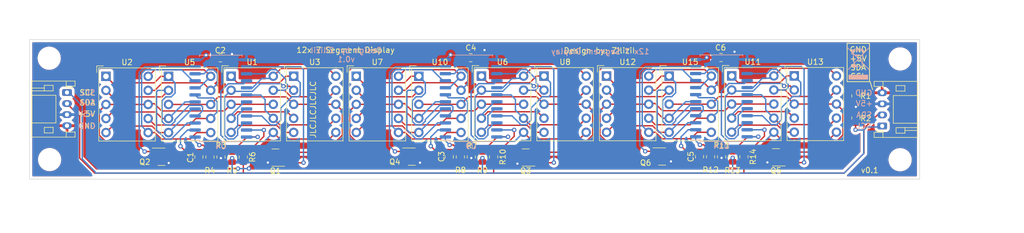
<source format=kicad_pcb>
(kicad_pcb (version 20211014) (generator pcbnew)
  (layers (0 "F.Cu" signal) (31 "B.Cu" signal) (34 "B.Paste" user) (35 "F.Paste" user) (36 "B.SilkS" user "B.Silkscreen") (37 "F.SilkS" user "F.Silkscreen") (38 "B.Mask" user) (39 "F.Mask" user) (44 "Edge.Cuts" user))
  (net 0 "")
  (net 1 "Net-(C1-Pad1)")
  (net 2 "GND")
  (net 3 "+5V")
  (net 4 "Net-(C3-Pad1)")
  (net 5 "Net-(C5-Pad1)")
  (net 6 "SCL")
  (net 7 "SDA")
  (net 8 "Net-(Q1-Pad1)")
  (net 9 "Net-(Q1-Pad2)")
  (net 10 "Net-(Q2-Pad1)")
  (net 11 "Net-(Q2-Pad2)")
  (net 12 "Net-(Q3-Pad1)")
  (net 13 "Net-(Q3-Pad2)")
  (net 14 "Net-(Q4-Pad1)")
  (net 15 "Net-(Q4-Pad2)")
  (net 16 "Net-(Q5-Pad1)")
  (net 17 "Net-(Q5-Pad2)")
  (net 18 "Net-(Q6-Pad1)")
  (net 19 "Net-(Q6-Pad2)")
  (net 20 "Net-(R3-Pad2)")
  (net 21 "Net-(R5-Pad2)")
  (net 22 "Net-(R6-Pad1)")
  (net 23 "Net-(R7-Pad2)")
  (net 24 "Net-(R9-Pad2)")
  (net 25 "Net-(R10-Pad1)")
  (net 26 "Net-(R11-Pad2)")
  (net 27 "Net-(R13-Pad2)")
  (net 28 "Net-(R14-Pad1)")
  (net 29 "Net-(U1-Pad1)")
  (net 30 "Net-(U1-Pad2)")
  (net 31 "Net-(U1-Pad4)")
  (net 32 "Net-(U1-Pad5)")
  (net 33 "Net-(U1-Pad6)")
  (net 34 "Net-(U1-Pad7)")
  (net 35 "Net-(U1-Pad9)")
  (net 36 "Net-(U1-Pad10)")
  (net 37 "Net-(U2-Pad1)")
  (net 38 "Net-(U2-Pad2)")
  (net 39 "Net-(U2-Pad4)")
  (net 40 "Net-(U2-Pad5)")
  (net 41 "Net-(U2-Pad6)")
  (net 42 "Net-(U2-Pad7)")
  (net 43 "Net-(U2-Pad9)")
  (net 44 "Net-(U2-Pad10)")
  (net 45 "Net-(U6-Pad1)")
  (net 46 "Net-(U6-Pad2)")
  (net 47 "Net-(U6-Pad4)")
  (net 48 "Net-(U6-Pad5)")
  (net 49 "Net-(U6-Pad6)")
  (net 50 "Net-(U6-Pad7)")
  (net 51 "Net-(U6-Pad9)")
  (net 52 "Net-(U6-Pad10)")
  (net 53 "Net-(U10-Pad1)")
  (net 54 "Net-(U10-Pad2)")
  (net 55 "Net-(U10-Pad4)")
  (net 56 "Net-(U10-Pad5)")
  (net 57 "Net-(U10-Pad6)")
  (net 58 "Net-(U10-Pad7)")
  (net 59 "Net-(U10-Pad9)")
  (net 60 "Net-(U10-Pad10)")
  (net 61 "Net-(U11-Pad1)")
  (net 62 "Net-(U11-Pad2)")
  (net 63 "Net-(U11-Pad4)")
  (net 64 "Net-(U11-Pad5)")
  (net 65 "Net-(U11-Pad6)")
  (net 66 "Net-(U11-Pad7)")
  (net 67 "Net-(U11-Pad9)")
  (net 68 "Net-(U11-Pad10)")
  (net 69 "Net-(U12-Pad1)")
  (net 70 "Net-(U12-Pad2)")
  (net 71 "Net-(U12-Pad4)")
  (net 72 "Net-(U12-Pad5)")
  (net 73 "Net-(U12-Pad6)")
  (net 74 "Net-(U12-Pad7)")
  (net 75 "Net-(U12-Pad9)")
  (net 76 "Net-(U12-Pad10)")
  (footprint "Display_7Segment:Sx39-1xxxxx" (layer "F.Cu") (at 187.9097 82.7019)
    (fp_text reference "U13")
    (fp_text value "SA39-11SRWA")
  )
  (footprint "Resistor_SMD:R_0805_2012Metric" (layer "F.Cu") (at 88.382255 97.354644 -90)
    (fp_text reference "R6")
    (fp_text value "220")
  )
  (footprint "Display_7Segment:Sx39-1xxxxx" (layer "F.Cu") (at 154.0007 82.7273)
    (fp_text reference "U12")
    (fp_text value "SA39-11SRWA")
  )
  (footprint "Display_7Segment:Sx39-1xxxxx" (layer "F.Cu") (at 86.172955 82.750144)
    (fp_text reference "U1")
    (fp_text value "SA39-11SRWA")
  )
  (footprint "Resistor_SMD:R_0805_2012Metric" (layer "F.Cu") (at 127.5842 97.335395 -90)
    (fp_text reference "R8")
    (fp_text value "5k")
  )
  (footprint "Capacitor_SMD:C_0805_2012Metric" (layer "F.Cu") (at 129.4638 79.402995 180)
    (fp_text reference "C4")
    (fp_text value "100n")
  )
  (footprint "Display_7Segment:Sx39-1xxxxx" (layer "F.Cu") (at 97.475955 82.750144)
    (fp_text reference "U3")
    (fp_text value "SA39-11SRWA")
  )
  (footprint "Resistor_SMD:R_0805_2012Metric" (layer "F.Cu") (at 84.343655 97.354644 90)
    (fp_text reference "R3")
    (fp_text value "7.5k")
  )
  (footprint "Display_7Segment:Sx39-1xxxxx" (layer "F.Cu") (at 176.6067 82.7019)
    (fp_text reference "U11")
    (fp_text value "SA39-11SRWA")
  )
  (footprint "Connector_JST:JST_PH_S4B-PH-K_1x04_P2.00mm_Horizontal" (layer "F.Cu") (at 203.798 91.7476 90)
    (fp_text reference "J2")
    (fp_text value "Conn_01x04_Male")
  )
  (footprint "MountingHole:MountingHole_3.2mm_M3_ISO14580" (layer "F.Cu") (at 53.3908 97.8154)
    (fp_text reference "H4")
    (fp_text value "MountingHole")
  )
  (footprint "Package_TO_SOT_SMD:SOT-23" (layer "F.Cu") (at 164.0332 97.2556)
    (fp_text reference "Q6")
    (fp_text value "BC817")
  )
  (footprint "MountingHole:MountingHole_3.2mm_M3_ISO14580" (layer "F.Cu") (at 207.0354 97.8408)
    (fp_text reference "H3")
    (fp_text value "MountingHole")
  )
  (footprint "Connector_JST:JST_PH_S4B-PH-K_1x04_P2.00mm_Horizontal" (layer "F.Cu") (at 56.5266 85.6968 -90)
    (fp_text reference "J1")
    (fp_text value "Conn_01x04_Male")
  )
  (footprint "Resistor_SMD:R_0805_2012Metric" (layer "F.Cu") (at 129.5654 97.335395 90)
    (fp_text reference "R7")
    (fp_text value "7.5k")
  )
  (footprint "Capacitor_SMD:C_0805_2012Metric" (layer "F.Cu") (at 84.242055 79.422244 180)
    (fp_text reference "C2")
    (fp_text value "100n")
  )
  (footprint "Capacitor_SMD:C_0805_2012Metric" (layer "F.Cu") (at 125.5776 97.325195 -90)
    (fp_text reference "C3")
    (fp_text value "2.7n")
  )
  (footprint "Resistor_SMD:R_0805_2012Metric" (layer "F.Cu") (at 199.0344 90.297 -90)
    (fp_text reference "R2")
    (fp_text value "4.7k")
  )
  (footprint "Display_7Segment:Sx39-1xxxxx" (layer "F.Cu") (at 131.3947 82.730895)
    (fp_text reference "U6")
    (fp_text value "SA39-11SRWA")
  )
  (footprint "Display_7Segment:Sx39-1xxxxx" (layer "F.Cu") (at 74.869455 82.775544)
    (fp_text reference "U5")
    (fp_text value "SA39-11SRWA")
  )
  (footprint "Resistor_SMD:R_0805_2012Metric" (layer "F.Cu") (at 82.362455 97.354644 -90)
    (fp_text reference "R4")
    (fp_text value "5k")
  )
  (footprint "Resistor_SMD:R_0805_2012Metric" (layer "F.Cu") (at 178.816 97.3064 -90)
    (fp_text reference "R14")
    (fp_text value "220")
  )
  (footprint "Capacitor_SMD:C_0805_2012Metric" (layer "F.Cu") (at 80.355855 97.344444 -90)
    (fp_text reference "C1")
    (fp_text value "2.7n")
  )
  (footprint "Capacitor_SMD:C_0805_2012Metric" (layer "F.Cu") (at 170.7896 97.2962 -90)
    (fp_text reference "C5")
    (fp_text value "2.7n")
  )
  (footprint "Display_7Segment:Sx39-1xxxxx" (layer "F.Cu") (at 63.566955 82.775544)
    (fp_text reference "U2")
    (fp_text value "SA39-11SRWA")
  )
  (footprint "Resistor_SMD:R_0805_2012Metric" (layer "F.Cu") (at 176.784 97.3064 90)
    (fp_text reference "R13")
    (fp_text value "220")
  )
  (footprint "Package_TO_SOT_SMD:SOT-23" (layer "F.Cu") (at 184.6072 97.408 180)
    (fp_text reference "Q5")
    (fp_text value "BC817")
  )
  (footprint "Resistor_SMD:R_0805_2012Metric" (layer "F.Cu") (at 172.7962 97.3064 -90)
    (fp_text reference "R12")
    (fp_text value "5k")
  )
  (footprint "Display_7Segment:Sx39-1xxxxx" (layer "F.Cu") (at 165.3032 82.7273)
    (fp_text reference "U15")
    (fp_text value "SA39-11SRWA")
  )
  (footprint "Resistor_SMD:R_0805_2012Metric" (layer "F.Cu") (at 133.604 97.335395 -90)
    (fp_text reference "R10")
    (fp_text value "220")
  )
  (footprint "Display_7Segment:Sx39-1xxxxx" (layer "F.Cu") (at 142.6977 82.730895)
    (fp_text reference "U8")
    (fp_text value "SA39-11SRWA")
  )
  (footprint "Resistor_SMD:R_0805_2012Metric" (layer "F.Cu") (at 199.0344 86.3092 90)
    (fp_text reference "R1")
    (fp_text value "4.7k")
  )
  (footprint "Package_TO_SOT_SMD:SOT-23" (layer "F.Cu") (at 118.8212 97.284595)
    (fp_text reference "Q4")
    (fp_text value "BC817")
  )
  (footprint "Display_7Segment:Sx39-1xxxxx" (layer "F.Cu") (at 120.0912 82.756295)
    (fp_text reference "U10")
    (fp_text value "SA39-11SRWA")
  )
  (footprint "MountingHole:MountingHole_3.2mm_M3_ISO14580" (layer "F.Cu") (at 53.3146 79.502)
    (fp_text reference "H1")
    (fp_text value "MountingHole")
  )
  (footprint "Resistor_SMD:R_0805_2012Metric" (layer "F.Cu") (at 131.572 97.335395 90)
    (fp_text reference "R9")
    (fp_text value "220")
  )
  (footprint "Package_TO_SOT_SMD:SOT-23" (layer "F.Cu") (at 139.3952 97.436995 180)
    (fp_text reference "Q3")
    (fp_text value "BC817")
  )
  (footprint "Display_7Segment:Sx39-1xxxxx" (layer "F.Cu") (at 108.7887 82.756295)
    (fp_text reference "U7")
    (fp_text value "SA39-11SRWA")
  )
  (footprint "Capacitor_SMD:C_0805_2012Metric" (layer "F.Cu") (at 174.6758 79.374 180)
    (fp_text reference "C6")
    (fp_text value "100n")
  )
  (footprint "Resistor_SMD:R_0805_2012Metric" (layer "F.Cu") (at 86.350255 97.354644 90)
    (fp_text reference "R5")
    (fp_text value "220")
  )
  (footprint "Package_TO_SOT_SMD:SOT-23" (layer "F.Cu") (at 73.599455 97.303844)
    (fp_text reference "Q2")
    (fp_text value "BC817")
  )
  (footprint "Package_TO_SOT_SMD:SOT-23" (layer "F.Cu") (at 94.173455 97.456244 180)
    (fp_text reference "Q1")
    (fp_text value "BC817")
  )
  (footprint "Resistor_SMD:R_0805_2012Metric" (layer "F.Cu") (at 174.7774 97.3064 90)
    (fp_text reference "R11")
    (fp_text value "7.5k")
  )
  (footprint "MountingHole:MountingHole_3.2mm_M3_ISO14580" (layer "F.Cu") (at 207.0354 79.629)
    (fp_text reference "H2")
    (fp_text value "MountingHole")
  )
  (footprint "Package_SO:SOIC-24W_7.5x15.4mm_P1.27mm" (layer "B.Cu") (at 174.752 86.7146)
    (fp_text reference "U14")
    (fp_text value "SAA1064T")
  )
  (footprint "Symbol:WEEE-Logo_4.2x6mm_SilkScreen" (layer "B.Cu") (at 199.4662 80.3402 180)
    (fp_text reference "REF**" hide)
    (fp_text value "WEEE-Logo_4.2x6mm_SilkScreen" hide)
  )
  (footprint "Package_SO:SOIC-24W_7.5x15.4mm_P1.27mm" (layer "B.Cu") (at 129.54 86.743595)
    (fp_text reference "U9")
    (fp_text value "SAA1064T")
  )
  (footprint "Package_SO:SOIC-24W_7.5x15.4mm_P1.27mm" (layer "B.Cu") (at 84.318255 86.762844)
    (fp_text reference "U4")
    (fp_text value "SAA1064T")
  )
  (gr_rect (start 197.4596 76.8096) (end 201.4982 83.7438) (layer "F.SilkS") (width 0.15) (fill none))
  (gr_line (start 201.5998 83.7184) (end 202.057 85.1408) (layer "F.SilkS") (width 0.15))
  (gr_line (start 202.057 85.1408) (end 202.057 85.1662) (layer "F.SilkS") (width 0.15))
  (gr_rect (start 49.7586 76.1238) (end 210.566 101.346) (layer "Edge.Cuts") (width 0.1) (fill none))
  (gr_text "SCL" (at 60.198 85.725) (layer "B.SilkS") (effects (font (size 1 1)) (justify mirror)))
  (gr_text "+5V" (at 200.5584 87.6808) (layer "B.SilkS") (effects (font (size 1 1)) (justify mirror)))
  (gr_text "SDA" (at 60.2234 87.5284) (layer "B.SilkS") (effects (font (size 1 1)) (justify mirror)))
  (gr_text "GND" (at 60.1472 91.7448) (layer "B.SilkS") (effects (font (size 1 1)) (justify mirror)))
  (gr_text "+5V" (at 60.0964 89.5604) (layer "B.SilkS") (effects (font (size 1 1)) (justify mirror)))
  (gr_text "Design by: ZiliziI\nv0.1" (at 106.9594 78.8924) (layer "B.SilkS") (effects (font (size 1 1)) (justify mirror)))
  (gr_text "GND" (at 200.4568 85.7758) (layer "B.SilkS") (effects (font (size 1 1)) (justify mirror)))
  (gr_text "12x 7 Segment Display" (at 152.8572 78.2828) (layer "B.SilkS") (effects (font (size 1 1)) (justify mirror)))
  (gr_text "SCL" (at 200.4568 91.7702) (layer "B.SilkS") (effects (font (size 1 1)) (justify mirror)))
  (gr_text "SDA" (at 200.533 89.7382) (layer "B.SilkS") (effects (font (size 1 1)) (justify mirror)))
  (gr_text "SDA" (at 60.2234 87.5284) (layer "F.SilkS") (effects (font (size 1 1))))
  (gr_text "v0.1" (at 201.549 99.7458) (layer "F.SilkS") (effects (font (size 1 1))))
  (gr_text "JLCJLCJLCJLC" (at 100.9904 88.773 90) (layer "F.SilkS") (effects (font (size 1 1))))
  (gr_text "GND" (at 60.1472 91.7448) (layer "F.SilkS") (effects (font (size 1 1))))
  (gr_text "GND\n+5V\nSDA\nSCL" (at 199.4662 80.3656) (layer "F.SilkS") (effects (font (size 1 1))))
  (gr_text "Design by: ZiliziI" (at 152.7048 78.1304) (layer "F.SilkS") (effects (font (size 1 1))))
  (gr_text "SCL" (at 60.198 85.725) (layer "F.SilkS") (effects (font (size 1 1))))
  (gr_text "+5V" (at 60.0964 89.5604) (layer "F.SilkS") (effects (font (size 1 1))))
  (gr_text "12x 7 Segment Display" (at 106.8578 78.0288) (layer "F.SilkS") (effects (font (size 1 1))))
  (segment (start 78.059655 96.430044) (end 80.320255 96.430044) (width 0.25) (layer "F.Cu") (net 1))
  (segment (start 80.320255 96.430044) (end 80.355855 96.394444) (width 0.25) (layer "F.Cu") (net 1))
  (segment (start 78.059655 96.430044) (end 77.028455 95.398844) (width 0.25) (layer "F.Cu") (net 1))
  (via (at 77.028455 95.398844) (size 0.8) (drill 0.4) (layers "F.Cu" "B.Cu") (net 1))
  (segment (start 78.298455 92.477844) (end 79.668255 92.477844) (width 0.25) (layer "B.Cu") (net 1))
  (segment (start 77.028455 95.398844) (end 77.028455 93.747844) (width 0.25) (layer "B.Cu") (net 1))
  (segment (start 77.028455 93.747844) (end 78.298455 92.477844) (width 0.25) (layer "B.Cu") (net 1))
  (segment (start 152.1714 94.9452) (end 156.718 99.4918) (width 0.25) (layer "F.Cu") (net 2))
  (segment (start 155.004978 79.374) (end 152.1714 82.207578) (width 0.25) (layer "F.Cu") (net 2))
  (segment (start 152.1714 82.207578) (end 152.1714 94.9452) (width 0.25) (layer "F.Cu") (net 2))
  (segment (start 173.7258 79.374) (end 172.084 79.374) (width 0.25) (layer "F.Cu") (net 2))
  (segment (start 82.1436 79.4512) (end 83.263099 79.4512) (width 0.25) (layer "F.Cu") (net 2))
  (segment (start 125.8062 78.867) (end 110.328973 78.867) (width 0.25) (layer "F.Cu") (net 2))
  (segment (start 106.9848 82.211173) (end 106.9848 95.123) (width 0.25) (layer "F.Cu") (net 2))
  (segment (start 106.9848 95.123) (end 110.960511 99.098711) (width 0.25) (layer "F.Cu") (net 2))
  (segment (start 81.6356 78.9432) (end 82.1436 79.4512) (width 0.25) (layer "F.Cu") (net 2))
  (segment (start 83.263099 79.4512) (end 83.292055 79.422244) (width 0.25) (layer "F.Cu") (net 2))
  (segment (start 172.084 79.374) (end 155.004978 79.374) (width 0.25) (layer "F.Cu") (net 2))
  (segment (start 110.328973 78.867) (end 106.9848 82.211173) (width 0.25) (layer "F.Cu") (net 2))
  (via (at 172.084 79.374) (size 0.8) (drill 0.4) (layers "F.Cu" "B.Cu") (net 2))
  (via (at 81.6356 78.9432) (size 0.8) (drill 0.4) (layers "F.Cu" "B.Cu") (net 2))
  (via (at 125.8062 78.867) (size 0.8) (drill 0.4) (layers "F.Cu" "B.Cu") (net 2))
  (via (at 87.4014 99.441) (size 0.8) (drill 0.4) (layers "F.Cu" "B.Cu") (net 2))
  (via (at 89.408 99.4156) (size 0.8) (drill 0.4) (layers "F.Cu" "B.Cu") (net 2))
  (segment (start 89.3826 99.441) (end 89.408 99.4156) (width 0.25) (layer "B.Cu") (net 2))
  (segment (start 87.4014 99.441) (end 89.3826 99.441) (width 0.25) (layer "B.Cu") (net 2))
  (segment (start 80.800956 79.777844) (end 81.6356 78.9432) (width 0.25) (layer "B.Cu") (net 2))
  (segment (start 171.7284 79.7296) (end 172.084 79.374) (width 0.25) (layer "B.Cu") (net 2))
  (segment (start 125.8062 78.867) (end 125.781595 78.867) (width 0.25) (layer "B.Cu") (net 2))
  (segment (start 79.668255 79.777844) (end 80.800956 79.777844) (width 0.25) (layer "B.Cu") (net 2))
  (segment (start 170.102 79.7296) (end 171.7284 79.7296) (width 0.25) (layer "B.Cu") (net 2))
  (segment (start 125.781595 78.867) (end 124.89 79.758595) (width 0.25) (layer "B.Cu") (net 2))
  (segment (start 183.6697 97.7115) (end 183.0578 98.3234) (width 0.25) (layer "F.Cu") (net 3))
  (segment (start 174.7774 98.2189) (end 174.7774 97.5059) (width 0.25) (layer "F.Cu") (net 3))
  (segment (start 164.9707 97.4829) (end 165.6334 98.1456) (width 0.25) (layer "F.Cu") (net 3))
  (segment (start 119.7587 97.284595) (end 119.7587 97.8385) (width 0.25) (layer "F.Cu") (net 3))
  (segment (start 130.578805 79.402995) (end 131.953 78.0288) (width 0.25) (layer "F.Cu") (net 3))
  (segment (start 175.6258 79.374) (end 176.0738 79.374) (width 0.25) (layer "F.Cu") (net 3))
  (segment (start 183.6697 97.408) (end 183.6697 97.7115) (width 0.25) (layer "F.Cu") (net 3))
  (segment (start 138.4577 97.436995) (end 138.4577 97.9909) (width 0.25) (layer "F.Cu") (net 3))
  (segment (start 93.235955 97.924445) (end 92.8116 98.3488) (width 0.25) (layer "F.Cu") (net 3))
  (segment (start 84.343655 97.569799) (end 84.328 97.554144) (width 0.25) (layer "F.Cu") (net 3))
  (segment (start 85.652356 79.422244) (end 86.3346 78.74) (width 0.25) (layer "F.Cu") (net 3))
  (segment (start 164.9707 97.2556) (end 164.9707 97.4829) (width 0.25) (layer "F.Cu") (net 3))
  (segment (start 138.4577 97.9909) (end 137.8966 98.552) (width 0.25) (layer "F.Cu") (net 3))
  (segment (start 74.536955 97.303844) (end 74.536955 98.057355) (width 0.25) (layer "F.Cu") (net 3))
  (segment (start 199.0344 88.2904) (end 199.0344 89.3845) (width 0.25) (layer "F.Cu") (net 3))
  (segment (start 93.235955 97.456244) (end 93.235955 97.924445) (width 0.25) (layer "F.Cu") (net 3))
  (segment (start 119.7587 97.8385) (end 120.2944 98.3742) (width 0.25) (layer "F.Cu") (net 3))
  (segment (start 85.192055 79.422244) (end 85.652356 79.422244) (width 0.25) (layer "F.Cu") (net 3))
  (segment (start 84.343655 98.267144) (end 84.343655 97.569799) (width 0.25) (layer "F.Cu") (net 3))
  (segment (start 199.0344 87.2217) (end 199.0344 88.392) (width 0.25) (layer "F.Cu") (net 3))
  (segment (start 130.4138 79.402995) (end 130.578805 79.402995) (width 0.25) (layer "F.Cu") (net 3))
  (segment (start 129.5654 98.247895) (end 129.5654 97.534895) (width 0.25) (layer "F.Cu") (net 3))
  (segment (start 176.0738 79.374) (end 177.1142 78.3336) (width 0.25) (layer "F.Cu") (net 3))
  (segment (start 74.536955 98.057355) (end 74.9046 98.425) (width 0.25) (layer "F.Cu") (net 3))
  (via (at 177.1142 78.3336) (size 0.8) (drill 0.4) (layers "F.Cu" "B.Cu") (net 3))
  (via (at 131.953 78.0288) (size 0.8) (drill 0.4) (layers "F.Cu" "B.Cu") (net 3))
  (via (at 74.9046 98.425) (size 0.8) (drill 0.4) (layers "F.Cu" "B.Cu") (net 3))
  (via (at 174.7774 97.5059) (size 0.8) (drill 0.4) (layers "F.Cu" "B.Cu") (net 3))
  (via (at 129.5654 97.534895) (size 0.8) (drill 0.4) (layers "F.Cu" "B.Cu") (net 3))
  (via (at 183.0578 98.3234) (size 0.8) (drill 0.4) (layers "F.Cu" "B.Cu") (net 3))
  (via (at 92.8116 98.3488) (size 0.8) (drill 0.4) (layers "F.Cu" "B.Cu") (net 3))
  (via (at 137.8966 98.552) (size 0.8) (drill 0.4) (layers "F.Cu" "B.Cu") (net 3))
  (via (at 120.2944 98.3742) (size 0.8) (drill 0.4) (layers "F.Cu" "B.Cu") (net 3))
  (via (at 84.328 97.554144) (size 0.8) (drill 0.4) (layers "F.Cu" "B.Cu") (net 3))
  (via (at 86.3346 78.74) (size 0.8) (drill 0.4) (layers "F.Cu" "B.Cu") (net 3))
  (via (at 165.6334 98.1456) (size 0.8) (drill 0.4) (layers "F.Cu" "B.Cu") (net 3))
  (via (at 199.0344 88.2904) (size 0.8) (drill 0.4) (layers "F.Cu" "B.Cu") (net 3))
  (segment (start 86.3346 78.74) (end 87.372444 79.777844) (width 0.25) (layer "B.Cu") (net 3))
  (segment (start 87.372444 79.777844) (end 88.968255 79.777844) (width 0.25) (layer "B.Cu") (net 3))
  (segment (start 123.2814 96.410795) (end 125.542 96.410795) (width 0.25) (layer "F.Cu") (net 4))
  (segment (start 125.542 96.410795) (end 125.5776 96.375195) (width 0.25) (layer "F.Cu") (net 4))
  (segment (start 123.2814 96.410795) (end 122.2502 95.379595) (width 0.25) (layer "F.Cu") (net 4))
  (via (at 122.2502 95.379595) (size 0.8) (drill 0.4) (layers "F.Cu" "B.Cu") (net 4))
  (segment (start 123.5202 92.458595) (end 124.89 92.458595) (width 0.25) (layer "B.Cu") (net 4))
  (segment (start 122.2502 95.379595) (end 122.2502 93.728595) (width 0.25) (layer "B.Cu") (net 4))
  (segment (start 122.2502 93.728595) (end 123.5202 92.458595) (width 0.25) (layer "B.Cu") (net 4))
  (segment (start 168.4934 96.3818) (end 170.754 96.3818) (width 0.25) (layer "F.Cu") (net 5))
  (segment (start 170.754 96.3818) (end 170.7896 96.3462) (width 0.25) (layer "F.Cu") (net 5))
  (segment (start 168.4934 96.3818) (end 167.4622 95.3506) (width 0.25) (layer "F.Cu") (net 5))
  (via (at 167.4622 95.3506) (size 0.8) (drill 0.4) (layers "F.Cu" "B.Cu") (net 5))
  (segment (start 168.7322 92.4296) (end 170.102 92.4296) (width 0.25) (layer "B.Cu") (net 5))
  (segment (start 167.4622 95.3506) (end 167.4622 93.6996) (width 0.25) (layer "B.Cu") (net 5))
  (segment (start 167.4622 93.6996) (end 168.7322 92.4296) (width 0.25) (layer "B.Cu") (net 5))
  (segment (start 198.9836 92.4306) (end 198.9836 91.2603) (width 0.25) (layer "F.Cu") (net 6))
  (segment (start 86.350255 97.563889) (end 86.36 97.554144) (width 0.25) (layer "F.Cu") (net 6))
  (segment (start 131.572 98.247895) (end 131.572 97.534895) (width 0.25) (layer "F.Cu") (net 6))
  (segment (start 198.9836 91.2603) (end 199.0344 91.2095) (width 0.25) (layer "F.Cu") (net 6))
  (segment (start 176.784 98.2189) (end 176.784 97.5059) (width 0.25) (layer "F.Cu") (net 6))
  (segment (start 86.350255 98.267144) (end 86.350255 97.563889) (width 0.25) (layer "F.Cu") (net 6))
  (via (at 176.784 97.5059) (size 0.8) (drill 0.4) (layers "F.Cu" "B.Cu") (net 6))
  (via (at 198.9836 92.4306) (size 0.8) (drill 0.4) (layers "F.Cu" "B.Cu") (net 6))
  (via (at 86.36 97.554144) (size 0.8) (drill 0.4) (layers "F.Cu" "B.Cu") (net 6))
  (via (at 131.572 97.534895) (size 0.8) (drill 0.4) (layers "F.Cu" "B.Cu") (net 6))
  (segment (start 200.4568 92.4814) (end 200.4568 96.7232) (width 0.25) (layer "B.Cu") (net 6))
  (segment (start 203.623 91.9226) (end 203.798 91.7476) (width 0.25) (layer "B.Cu") (net 6))
  (segment (start 199.0344 92.4814) (end 198.9836 92.4306) (width 0.25) (layer "B.Cu") (net 6))
  (segment (start 61.6204 100.0252) (end 59.2836 97.6884) (width 0.25) (layer "B.Cu") (net 6))
  (segment (start 131.572 97.534895) (end 131.572 100.2538) (width 0.25) (layer "B.Cu") (net 6))
  (segment (start 200.4568 96.7232) (end 196.9262 100.2538) (width 0.25) (layer "B.Cu") (net 6))
  (segment (start 200.4568 92.4814) (end 199.0344 92.4814) (width 0.25) (layer "B.Cu") (net 6))
  (segment (start 56.8678 85.6968) (end 56.5266 85.6968) (width 0.25) (layer "B.Cu") (net 6))
  (segment (start 176.784 100.2538) (end 131.572 100.2538) (width 0.25) (layer "B.Cu") (net 6))
  (segment (start 86.36 97.554144) (end 86.36 100.2284) (width 0.25) (layer "B.Cu") (net 6))
  (segment (start 176.784 97.5059) (end 176.784 100.2538) (width 0.25) (layer "B.Cu") (net 6))
  (segment (start 202.3872 91.9226) (end 201.0156 91.9226) (width 0.25) (layer "B.Cu") (net 6))
  (segment (start 196.9262 100.2538) (end 176.784 100.2538) (width 0.25) (layer "B.Cu") (net 6))
  (segment (start 86.3346 100.2538) (end 61.6204 100.2538) (width 0.25) (layer "B.Cu") (net 6))
  (segment (start 59.2836 88.1126) (end 56.8678 85.6968) (width 0.25) (layer "B.Cu") (net 6))
  (segment (start 131.572 100.2538) (end 86.3346 100.2538) (width 0.25) (layer "B.Cu") (net 6))
  (segment (start 86.36 100.2284) (end 86.3346 100.2538) (width 0.25) (layer "B.Cu") (net 6))
  (segment (start 59.2836 97.6884) (end 59.2836 88.1126) (width 0.25) (layer "B.Cu") (net 6))
  (segment (start 202.3872 91.9226) (end 203.623 91.9226) (width 0.25) (layer "B.Cu") (net 6))
  (segment (start 201.0156 91.9226) (end 200.4568 92.4814) (width 0.25) (layer "B.Cu") (net 6))
  (segment (start 133.604 98.247895) (end 133.604 100.2284) (width 0.25) (layer "F.Cu") (net 7))
  (segment (start 199.0344 85.3967) (end 200.5076 86.8699) (width 0.25) (layer "F.Cu") (net 7))
  (segment (start 56.5266 87.6968) (end 57.72612 88.89632) (width 0.25) (layer "F.Cu") (net 7))
  (segment (start 196.9262 100.2538) (end 178.8414 100.2538) (width 0.25) (layer "F.Cu") (net 7))
  (segment (start 133.5786 100.2538) (end 178.8414 100.2538) (width 0.25) (layer "F.Cu") (net 7))
  (segment (start 57.72612 88.89632) (end 57.73052 88.89632) (width 0.25) (layer "F.Cu") (net 7))
  (segment (start 200.5076 86.8699) (end 200.5076 92.1766) (width 0.25) (layer "F.Cu") (net 7))
  (segment (start 58.8264 89.9922) (end 58.8264 97.5614) (width 0.25) (layer "F.Cu") (net 7))
  (segment (start 88.382255 98.267144) (end 88.382255 100.167855) (width 0.25) (layer "F.Cu") (net 7))
  (segment (start 57.73052 88.89632) (end 58.8264 89.9922) (width 0.25) (layer "F.Cu") (net 7))
  (segment (start 178.816 100.2284) (end 178.8414 100.2538) (width 0.25) (layer "F.Cu") (net 7))
  (segment (start 133.604 100.2284) (end 133.5786 100.2538) (width 0.25) (layer "F.Cu") (net 7))
  (segment (start 178.816 98.2189) (end 178.816 100.2284) (width 0.25) (layer "F.Cu") (net 7))
  (segment (start 61.5188 100.2538) (end 88.4682 100.2538) (width 0.25) (layer "F.Cu") (net 7))
  (segment (start 88.4682 100.2538) (end 133.5786 100.2538) (width 0.25) (layer "F.Cu") (net 7))
  (segment (start 200.5076 96.6724) (end 196.9262 100.2538) (width 0.25) (layer "F.Cu") (net 7))
  (segment (start 88.382255 100.167855) (end 88.4682 100.2538) (width 0.25) (layer "F.Cu") (net 7))
  (segment (start 201.2376 91.4466) (end 202.9366 89.7476) (width 0.25) (layer "F.Cu") (net 7))
  (segment (start 201.2376 91.4466) (end 200.5076 92.1766) (width 0.25) (layer "F.Cu") (net 7))
  (segment (start 58.8264 97.5614) (end 61.5188 100.2538) (width 0.25) (layer "F.Cu") (net 7))
  (segment (start 200.5076 92.1766) (end 200.5076 96.6724) (width 0.25) (layer "F.Cu") (net 7))
  (segment (start 202.9366 89.7476) (end 203.798 89.7476) (width 0.25) (layer "F.Cu") (net 7))
  (segment (start 99.217855 98.406244) (end 95.110955 98.406244) (width 0.25) (layer "F.Cu") (net 8))
  (segment (start 99.253455 98.370644) (end 99.217855 98.406244) (width 0.25) (layer "F.Cu") (net 8))
  (via (at 99.253455 98.370644) (size 0.8) (drill 0.4) (layers "F.Cu" "B.Cu") (net 8))
  (segment (start 99.253455 81.555844) (end 99.253455 98.370644) (width 0.25) (layer "B.Cu") (net 8))
  (segment (start 88.968255 81.047844) (end 98.745455 81.047844) (width 0.25) (layer "B.Cu") (net 8))
  (segment (start 98.745455 81.047844) (end 99.253455 81.555844) (width 0.25) (layer "B.Cu") (net 8))
  (segment (start 97.475955 87.830144) (end 105.095955 87.830144) (width 0.25) (layer "F.Cu") (net 9))
  (segment (start 106.270466 89.004655) (end 105.095955 87.830144) (width 0.25) (layer "F.Cu") (net 9))
  (segment (start 82.489455 87.855544) (end 83.854944 86.490055) (width 0.25) (layer "F.Cu") (net 9))
  (segment (start 96.135866 86.490055) (end 97.475955 87.830144) (width 0.25) (layer "F.Cu") (net 9))
  (segment (start 95.110955 96.506244) (end 103.160865 96.506244) (width 0.25) (layer "F.Cu") (net 9))
  (segment (start 103.160865 96.506244) (end 106.270466 93.396643) (width 0.25) (layer "F.Cu") (net 9))
  (segment (start 74.869455 87.855544) (end 82.489455 87.855544) (width 0.25) (layer "F.Cu") (net 9))
  (segment (start 83.854944 86.490055) (end 96.135866 86.490055) (width 0.25) (layer "F.Cu") (net 9))
  (segment (start 106.270466 93.396643) (end 106.270466 89.004655) (width 0.25) (layer "F.Cu") (net 9))
  (segment (start 70.551455 96.364044) (end 72.651755 96.364044) (width 0.25) (layer "F.Cu") (net 10))
  (segment (start 72.651755 96.364044) (end 72.661955 96.353844) (width 0.25) (layer "F.Cu") (net 10))
  (via (at 70.551455 96.364044) (size 0.8) (drill 0.4) (layers "F.Cu" "B.Cu") (net 10))
  (segment (start 69.562924 95.375513) (end 70.551455 96.364044) (width 0.25) (layer "B.Cu") (net 10))
  (segment (start 70.576138 81.047844) (end 69.562924 82.061058) (width 0.25) (layer "B.Cu") (net 10))
  (segment (start 79.668255 81.047844) (end 70.576138 81.047844) (width 0.25) (layer "B.Cu") (net 10))
  (segment (start 69.562924 82.061058) (end 69.562924 95.375513) (width 0.25) (layer "B.Cu") (net 10))
  (segment (start 72.329455 87.728044) (end 71.314455 87.728044) (width 0.25) (layer "F.Cu") (net 11))
  (segment (start 62.372655 89.049844) (end 63.566955 87.855544) (width 0.25) (layer "F.Cu") (net 11))
  (segment (start 73.631466 89.030055) (end 72.329455 87.728044) (width 0.25) (layer "F.Cu") (net 11))
  (segment (start 71.314455 87.728044) (end 71.186955 87.855544) (width 0.25) (layer "F.Cu") (net 11))
  (segment (start 86.172955 87.830144) (end 93.792955 87.830144) (width 0.25) (layer "F.Cu") (net 11))
  (segment (start 63.566955 87.855544) (end 71.186955 87.855544) (width 0.25) (layer "F.Cu") (net 11))
  (segment (start 84.959944 89.030055) (end 73.631466 89.030055) (width 0.25) (layer "F.Cu") (net 11))
  (segment (start 84.959944 89.030055) (end 86.134455 87.855544) (width 0.25) (layer "F.Cu") (net 11))
  (segment (start 62.372655 93.402254) (end 62.372655 89.049844) (width 0.25) (layer "F.Cu") (net 11))
  (segment (start 67.224245 98.253844) (end 62.372655 93.402254) (width 0.25) (layer "F.Cu") (net 11))
  (segment (start 72.661955 98.253844) (end 67.224245 98.253844) (width 0.25) (layer "F.Cu") (net 11))
  (segment (start 144.4396 98.386995) (end 140.3327 98.386995) (width 0.25) (layer "F.Cu") (net 12))
  (segment (start 144.4752 98.351395) (end 144.4396 98.386995) (width 0.25) (layer "F.Cu") (net 12))
  (via (at 144.4752 98.351395) (size 0.8) (drill 0.4) (layers "F.Cu" "B.Cu") (net 12))
  (segment (start 144.4752 81.536595) (end 144.4752 98.351395) (width 0.25) (layer "B.Cu") (net 12))
  (segment (start 134.19 81.028595) (end 143.9672 81.028595) (width 0.25) (layer "B.Cu") (net 12))
  (segment (start 143.9672 81.028595) (end 144.4752 81.536595) (width 0.25) (layer "B.Cu") (net 12))
  (segment (start 142.6977 87.810895) (end 150.3177 87.810895) (width 0.25) (layer "F.Cu") (net 13))
  (segment (start 151.492211 88.985406) (end 150.3177 87.810895) (width 0.25) (layer "F.Cu") (net 13))
  (segment (start 127.7112 87.836295) (end 129.076689 86.470806) (width 0.25) (layer "F.Cu") (net 13))
  (segment (start 141.357611 86.470806) (end 142.6977 87.810895) (width 0.25) (layer "F.Cu") (net 13))
  (segment (start 140.3327 96.486995) (end 148.38261 96.486995) (width 0.25) (layer "F.Cu") (net 13))
  (segment (start 148.38261 96.486995) (end 151.492211 93.377394) (width 0.25) (layer "F.Cu") (net 13))
  (segment (start 120.0912 87.836295) (end 127.7112 87.836295) (width 0.25) (layer "F.Cu") (net 13))
  (segment (start 129.076689 86.470806) (end 141.357611 86.470806) (width 0.25) (layer "F.Cu") (net 13))
  (segment (start 151.492211 93.377394) (end 151.492211 88.985406) (width 0.25) (layer "F.Cu") (net 13))
  (segment (start 115.7732 96.344795) (end 117.8735 96.344795) (width 0.25) (layer "F.Cu") (net 14))
  (segment (start 117.8735 96.344795) (end 117.8837 96.334595) (width 0.25) (layer "F.Cu") (net 14))
  (via (at 115.7732 96.344795) (size 0.8) (drill 0.4) (layers "F.Cu" "B.Cu") (net 14))
  (segment (start 114.784669 95.356264) (end 115.7732 96.344795) (width 0.25) (layer "B.Cu") (net 14))
  (segment (start 115.797883 81.028595) (end 114.784669 82.041809) (width 0.25) (layer "B.Cu") (net 14))
  (segment (start 124.89 81.028595) (end 115.797883 81.028595) (width 0.25) (layer "B.Cu") (net 14))
  (segment (start 114.784669 82.041809) (end 114.784669 95.356264) (width 0.25) (layer "B.Cu") (net 14))
  (segment (start 117.5512 87.708795) (end 116.5362 87.708795) (width 0.25) (layer "F.Cu") (net 15))
  (segment (start 107.5944 89.030595) (end 108.7887 87.836295) (width 0.25) (layer "F.Cu") (net 15))
  (segment (start 118.853211 89.010806) (end 117.5512 87.708795) (width 0.25) (layer "F.Cu") (net 15))
  (segment (start 116.5362 87.708795) (end 116.4087 87.836295) (width 0.25) (layer "F.Cu") (net 15))
  (segment (start 131.3947 87.810895) (end 139.0147 87.810895) (width 0.25) (layer "F.Cu") (net 15))
  (segment (start 108.7887 87.836295) (end 116.4087 87.836295) (width 0.25) (layer "F.Cu") (net 15))
  (segment (start 130.181689 89.010806) (end 118.853211 89.010806) (width 0.25) (layer "F.Cu") (net 15))
  (segment (start 130.181689 89.010806) (end 131.3562 87.836295) (width 0.25) (layer "F.Cu") (net 15))
  (segment (start 107.5944 93.383005) (end 107.5944 89.030595) (width 0.25) (layer "F.Cu") (net 15))
  (segment (start 112.44599 98.234595) (end 107.5944 93.383005) (width 0.25) (layer "F.Cu") (net 15))
  (segment (start 117.8837 98.234595) (end 112.44599 98.234595) (width 0.25) (layer "F.Cu") (net 15))
  (segment (start 189.6516 98.358) (end 185.5447 98.358) (width 0.25) (layer "F.Cu") (net 16))
  (segment (start 189.6872 98.3224) (end 189.6516 98.358) (width 0.25) (layer "F.Cu") (net 16))
  (via (at 189.6872 98.3224) (size 0.8) (drill 0.4) (layers "F.Cu" "B.Cu") (net 16))
  (segment (start 189.6872 81.5076) (end 189.6872 98.3224) (width 0.25) (layer "B.Cu") (net 16))
  (segment (start 179.402 80.9996) (end 189.1792 80.9996) (width 0.25) (layer "B.Cu") (net 16))
  (segment (start 189.1792 80.9996) (end 189.6872 81.5076) (width 0.25) (layer "B.Cu") (net 16))
  (segment (start 187.9097 87.7819) (end 195.5297 87.7819) (width 0.25) (layer "F.Cu") (net 17))
  (segment (start 196.704211 88.956411) (end 195.5297 87.7819) (width 0.25) (layer "F.Cu") (net 17))
  (segment (start 172.9232 87.8073) (end 174.288689 86.441811) (width 0.25) (layer "F.Cu") (net 17))
  (segment (start 186.569611 86.441811) (end 187.9097 87.7819) (width 0.25) (layer "F.Cu") (net 17))
  (segment (start 185.5447 96.458) (end 193.59461 96.458) (width 0.25) (layer "F.Cu") (net 17))
  (segment (start 193.59461 96.458) (end 196.704211 93.348399) (width 0.25) (layer "F.Cu") (net 17))
  (segment (start 165.3032 87.8073) (end 172.9232 87.8073) (width 0.25) (layer "F.Cu") (net 17))
  (segment (start 174.288689 86.441811) (end 186.569611 86.441811) (width 0.25) (layer "F.Cu") (net 17))
  (segment (start 196.704211 93.348399) (end 196.704211 88.956411) (width 0.25) (layer "F.Cu") (net 17))
  (segment (start 160.9852 96.3158) (end 163.0855 96.3158) (width 0.25) (layer "F.Cu") (net 18))
  (segment (start 163.0855 96.3158) (end 163.0957 96.3056) (width 0.25) (layer "F.Cu") (net 18))
  (via (at 160.9852 96.3158) (size 0.8) (drill 0.4) (layers "F.Cu" "B.Cu") (net 18))
  (segment (start 159.996669 95.327269) (end 160.9852 96.3158) (width 0.25) (layer "B.Cu") (net 18))
  (segment (start 161.009883 80.9996) (end 159.996669 82.012814) (width 0.25) (layer "B.Cu") (net 18))
  (segment (start 170.102 80.9996) (end 161.009883 80.9996) (width 0.25) (layer "B.Cu") (net 18))
  (segment (start 159.996669 82.012814) (end 159.996669 95.327269) (width 0.25) (layer "B.Cu") (net 18))
  (segment (start 162.7632 87.6798) (end 161.7482 87.6798) (width 0.25) (layer "F.Cu") (net 19))
  (segment (start 152.8064 89.0016) (end 154.0007 87.8073) (width 0.25) (layer "F.Cu") (net 19))
  (segment (start 164.065211 88.981811) (end 162.7632 87.6798) (width 0.25) (layer "F.Cu") (net 19))
  (segment (start 161.7482 87.6798) (end 161.6207 87.8073) (width 0.25) (layer "F.Cu") (net 19))
  (segment (start 176.6067 87.7819) (end 184.2267 87.7819) (width 0.25) (layer "F.Cu") (net 19))
  (segment (start 154.0007 87.8073) (end 161.6207 87.8073) (width 0.25) (layer "F.Cu") (net 19))
  (segment (start 175.393689 88.981811) (end 164.065211 88.981811) (width 0.25) (layer "F.Cu") (net 19))
  (segment (start 175.393689 88.981811) (end 176.5682 87.8073) (width 0.25) (layer "F.Cu") (net 19))
  (segment (start 152.8064 93.35401) (end 152.8064 89.0016) (width 0.25) (layer "F.Cu") (net 19))
  (segment (start 157.65799 98.2056) (end 152.8064 93.35401) (width 0.25) (layer "F.Cu") (net 19))
  (segment (start 163.0957 98.2056) (end 157.65799 98.2056) (width 0.25) (layer "F.Cu") (net 19))
  (segment (start 81.115955 95.195644) (end 82.362455 96.442144) (width 0.25) (layer "F.Cu") (net 20))
  (segment (start 84.343655 96.442144) (end 82.362455 96.442144) (width 0.25) (layer "F.Cu") (net 20))
  (segment (start 80.432055 95.195644) (end 81.115955 95.195644) (width 0.25) (layer "F.Cu") (net 20))
  (via (at 80.432055 95.195644) (size 0.8) (drill 0.4) (layers "F.Cu" "B.Cu") (net 20))
  (segment (start 79.668255 93.747844) (end 79.668255 94.431844) (width 0.25) (layer "B.Cu") (net 20))
  (segment (start 79.668255 94.431844) (end 80.432055 95.195644) (width 0.25) (layer "B.Cu") (net 20))
  (segment (start 90.973055 93.722444) (end 89.069955 93.722444) (width 0.25) (layer "F.Cu") (net 21))
  (segment (start 89.069955 93.722444) (end 86.350255 96.442144) (width 0.25) (layer "F.Cu") (net 21))
  (via (at 90.973055 93.722444) (size 0.8) (drill 0.4) (layers "F.Cu" "B.Cu") (net 21))
  (segment (start 88.968255 93.747844) (end 90.947655 93.747844) (width 0.25) (layer "B.Cu") (net 21))
  (segment (start 90.947655 93.747844) (end 90.973055 93.722444) (width 0.25) (layer "B.Cu") (net 21))
  (segment (start 89.277969 96.442144) (end 88.382255 96.442144) (width 0.25) (layer "F.Cu") (net 22))
  (segment (start 92.090655 93.629458) (end 89.277969 96.442144) (width 0.25) (layer "F.Cu") (net 22))
  (segment (start 92.090655 92.477844) (end 92.090655 93.629458) (width 0.25) (layer "F.Cu") (net 22))
  (via (at 92.090655 92.477844) (size 0.8) (drill 0.4) (layers "F.Cu" "B.Cu") (net 22))
  (segment (start 88.968255 92.477844) (end 92.090655 92.477844) (width 0.25) (layer "B.Cu") (net 22))
  (segment (start 126.3377 95.176395) (end 127.5842 96.422895) (width 0.25) (layer "F.Cu") (net 23))
  (segment (start 129.5654 96.422895) (end 127.5842 96.422895) (width 0.25) (layer "F.Cu") (net 23))
  (segment (start 125.6538 95.176395) (end 126.3377 95.176395) (width 0.25) (layer "F.Cu") (net 23))
  (via (at 125.6538 95.176395) (size 0.8) (drill 0.4) (layers "F.Cu" "B.Cu") (net 23))
  (segment (start 124.89 93.728595) (end 124.89 94.412595) (width 0.25) (layer "B.Cu") (net 23))
  (segment (start 124.89 94.412595) (end 125.6538 95.176395) (width 0.25) (layer "B.Cu") (net 23))
  (segment (start 136.1948 93.703195) (end 134.2917 93.703195) (width 0.25) (layer "F.Cu") (net 24))
  (segment (start 134.2917 93.703195) (end 131.572 96.422895) (width 0.25) (layer "F.Cu") (net 24))
  (via (at 136.1948 93.703195) (size 0.8) (drill 0.4) (layers "F.Cu" "B.Cu") (net 24))
  (segment (start 134.19 93.728595) (end 136.1694 93.728595) (width 0.25) (layer "B.Cu") (net 24))
  (segment (start 136.1694 93.728595) (end 136.1948 93.703195) (width 0.25) (layer "B.Cu") (net 24))
  (segment (start 134.499714 96.422895) (end 133.604 96.422895) (width 0.25) (layer "F.Cu") (net 25))
  (segment (start 137.3124 93.610209) (end 134.499714 96.422895) (width 0.25) (layer "F.Cu") (net 25))
  (segment (start 137.3124 92.458595) (end 137.3124 93.610209) (width 0.25) (layer "F.Cu") (net 25))
  (via (at 137.3124 92.458595) (size 0.8) (drill 0.4) (layers "F.Cu" "B.Cu") (net 25))
  (segment (start 134.19 92.458595) (end 137.3124 92.458595) (width 0.25) (layer "B.Cu") (net 25))
  (segment (start 171.5497 95.1474) (end 172.7962 96.3939) (width 0.25) (layer "F.Cu") (net 26))
  (segment (start 174.7774 96.3939) (end 172.7962 96.3939) (width 0.25) (layer "F.Cu") (net 26))
  (segment (start 170.8658 95.1474) (end 171.5497 95.1474) (width 0.25) (layer "F.Cu") (net 26))
  (via (at 170.8658 95.1474) (size 0.8) (drill 0.4) (layers "F.Cu" "B.Cu") (net 26))
  (segment (start 170.102 93.6996) (end 170.102 94.3836) (width 0.25) (layer "B.Cu") (net 26))
  (segment (start 170.102 94.3836) (end 170.8658 95.1474) (width 0.25) (layer "B.Cu") (net 26))
  (segment (start 181.4068 93.6742) (end 179.5037 93.6742) (width 0.25) (layer "F.Cu") (net 27))
  (segment (start 179.5037 93.6742) (end 176.784 96.3939) (width 0.25) (layer "F.Cu") (net 27))
  (via (at 181.4068 93.6742) (size 0.8) (drill 0.4) (layers "F.Cu" "B.Cu") (net 27))
  (segment (start 179.402 93.6996) (end 181.3814 93.6996) (width 0.25) (layer "B.Cu") (net 27))
  (segment (start 181.3814 93.6996) (end 181.4068 93.6742) (width 0.25) (layer "B.Cu") (net 27))
  (segment (start 179.711714 96.3939) (end 178.816 96.3939) (width 0.25) (layer "F.Cu") (net 28))
  (segment (start 182.5244 93.581214) (end 179.711714 96.3939) (width 0.25) (layer "F.Cu") (net 28))
  (segment (start 182.5244 92.4296) (end 182.5244 93.581214) (width 0.25) (layer "F.Cu") (net 28))
  (via (at 182.5244 92.4296) (size 0.8) (drill 0.4) (layers "F.Cu" "B.Cu") (net 28))
  (segment (start 179.402 92.4296) (end 182.5244 92.4296) (width 0.25) (layer "B.Cu") (net 28))
  (segment (start 87.308966 83.950055) (end 94.903444 83.950055) (width 0.25) (layer "F.Cu") (net 29))
  (segment (start 86.134455 82.775544) (end 87.308966 83.950055) (width 0.25) (layer "F.Cu") (net 29))
  (segment (start 96.103355 82.750144) (end 97.475955 82.750144) (width 0.25) (layer "F.Cu") (net 29))
  (segment (start 94.903444 83.950055) (end 96.103355 82.750144) (width 0.25) (layer "F.Cu") (net 29))
  (segment (start 98.650466 83.924655) (end 97.475955 82.750144) (width 0.25) (layer "B.Cu") (net 29))
  (segment (start 98.650466 86.146633) (end 98.650466 83.924655) (width 0.25) (layer "B.Cu") (net 29))
  (segment (start 95.138655 90.685454) (end 95.138655 88.506434) (width 0.25) (layer "B.Cu") (net 29))
  (segment (start 98.332444 86.464655) (end 98.650466 86.146633) (width 0.25) (layer "B.Cu") (net 29))
  (segment (start 94.279454 91.544655) (end 95.138655 90.685454) (width 0.25) (layer "B.Cu") (net 29))
  (segment (start 95.138655 88.506434) (end 97.180434 86.464655) (width 0.25) (layer "B.Cu") (net 29))
  (segment (start 93.306456 91.544655) (end 94.279454 91.544655) (width 0.25) (layer "B.Cu") (net 29))
  (segment (start 88.968255 89.937844) (end 91.699645 89.937844) (width 0.25) (layer "B.Cu") (net 29))
  (segment (start 91.699645 89.937844) (end 93.306456 91.544655) (width 0.25) (layer "B.Cu") (net 29))
  (segment (start 97.180434 86.464655) (end 98.332444 86.464655) (width 0.25) (layer "B.Cu") (net 29))
  (segment (start 96.751455 84.565644) (end 95.631738 84.565644) (width 0.25) (layer "F.Cu") (net 30))
  (segment (start 97.475955 85.290144) (end 96.751455 84.565644) (width 0.25) (layer "F.Cu") (net 30))
  (via (at 95.631738 84.565644) (size 0.8) (drill 0.4) (layers "F.Cu" "B.Cu") (net 30))
  (segment (start 87.347466 93.396643) (end 86.659454 94.084655) (width 0.25) (layer "B.Cu") (net 30))
  (segment (start 90.029327 85.492844) (end 86.375655 85.492844) (width 0.25) (layer "B.Cu") (net 30))
  (segment (start 91.406538 84.115633) (end 90.029327 85.492844) (width 0.25) (layer "B.Cu") (net 30))
  (segment (start 85.645666 94.084655) (end 84.998444 93.437433) (width 0.25) (layer "B.Cu") (net 30))
  (segment (start 95.631738 84.565644) (end 95.181727 84.115633) (width 0.25) (layer "B.Cu") (net 30))
  (segment (start 86.659454 94.084655) (end 85.645666 94.084655) (width 0.25) (layer "B.Cu") (net 30))
  (segment (start 88.510972 91.207844) (end 87.347466 92.37135) (width 0.25) (layer "B.Cu") (net 30))
  (segment (start 84.998444 86.464655) (end 86.172955 85.290144) (width 0.25) (layer "B.Cu") (net 30))
  (segment (start 87.347466 92.37135) (end 87.347466 93.396643) (width 0.25) (layer "B.Cu") (net 30))
  (segment (start 88.968255 91.207844) (end 88.510972 91.207844) (width 0.25) (layer "B.Cu") (net 30))
  (segment (start 86.375655 85.492844) (end 86.172955 85.290144) (width 0.25) (layer "B.Cu") (net 30))
  (segment (start 95.181727 84.115633) (end 91.406538 84.115633) (width 0.25) (layer "B.Cu") (net 30))
  (segment (start 84.998444 93.437433) (end 84.998444 86.464655) (width 0.25) (layer "B.Cu") (net 30))
  (segment (start 86.172955 90.370144) (end 87.347466 89.195633) (width 0.25) (layer "F.Cu") (net 31))
  (segment (start 96.301444 89.195633) (end 97.475955 90.370144) (width 0.25) (layer "F.Cu") (net 31))
  (segment (start 87.347466 89.195633) (end 96.301444 89.195633) (width 0.25) (layer "F.Cu") (net 31))
  (segment (start 88.968255 87.397844) (end 88.542183 87.397844) (width 0.25) (layer "B.Cu") (net 31))
  (segment (start 86.172955 89.767072) (end 86.172955 90.370144) (width 0.25) (layer "B.Cu") (net 31))
  (segment (start 88.542183 87.397844) (end 86.172955 89.767072) (width 0.25) (layer "B.Cu") (net 31))
  (segment (start 86.172955 92.910144) (end 87.443455 91.639644) (width 0.25) (layer "F.Cu") (net 32))
  (segment (start 94.426737 91.639644) (end 95.697237 92.910144) (width 0.25) (layer "F.Cu") (net 32))
  (segment (start 95.697237 92.910144) (end 97.475955 92.910144) (width 0.25) (layer "F.Cu") (net 32))
  (segment (start 87.443455 91.639644) (end 94.426737 91.639644) (width 0.25) (layer "F.Cu") (net 32))
  (segment (start 87.347466 91.735633) (end 86.172955 92.910144) (width 0.25) (layer "B.Cu") (net 32))
  (segment (start 87.347466 89.862561) (end 87.347466 91.735633) (width 0.25) (layer "B.Cu") (net 32))
  (segment (start 88.968255 88.667844) (end 88.542183 88.667844) (width 0.25) (layer "B.Cu") (net 32))
  (segment (start 88.542183 88.667844) (end 87.347466 89.862561) (width 0.25) (layer "B.Cu") (net 32))
  (segment (start 94.986255 94.103444) (end 103.902655 94.103444) (width 0.25) (layer "F.Cu") (net 33))
  (segment (start 93.792955 92.910144) (end 94.986255 94.103444) (width 0.25) (layer "F.Cu") (net 33))
  (segment (start 103.902655 94.103444) (end 105.095955 92.910144) (width 0.25) (layer "F.Cu") (net 33))
  (segment (start 88.440466 84.115633) (end 85.670066 84.115633) (width 0.25) (layer "B.Cu") (net 33))
  (segment (start 85.459468 94.534175) (end 92.168924 94.534175) (width 0.25) (layer "B.Cu") (net 33))
  (segment (start 85.670066 84.115633) (end 84.318255 85.467444) (width 0.25) (layer "B.Cu") (net 33))
  (segment (start 88.968255 83.587844) (end 88.440466 84.115633) (width 0.25) (layer "B.Cu") (net 33))
  (segment (start 84.318255 93.392962) (end 85.459468 94.534175) (width 0.25) (layer "B.Cu") (net 33))
  (segment (start 92.168924 94.534175) (end 93.792955 92.910144) (width 0.25) (layer "B.Cu") (net 33))
  (segment (start 84.318255 85.467444) (end 84.318255 93.392962) (width 0.25) (layer "B.Cu") (net 33))
  (segment (start 93.792955 90.370144) (end 94.967466 91.544655) (width 0.25) (layer "F.Cu") (net 34))
  (segment (start 103.921444 91.544655) (end 105.095955 90.370144) (width 0.25) (layer "F.Cu") (net 34))
  (segment (start 94.967466 91.544655) (end 103.921444 91.544655) (width 0.25) (layer "F.Cu") (net 34))
  (segment (start 89.419727 86.153244) (end 91.506455 86.153244) (width 0.25) (layer "B.Cu") (net 34))
  (segment (start 89.394327 86.127844) (end 89.419727 86.153244) (width 0.25) (layer "B.Cu") (net 34))
  (segment (start 92.319255 88.896444) (end 93.792955 90.370144) (width 0.25) (layer "B.Cu") (net 34))
  (segment (start 92.319255 86.966044) (end 92.319255 88.896444) (width 0.25) (layer "B.Cu") (net 34))
  (segment (start 88.968255 86.127844) (end 89.394327 86.127844) (width 0.25) (layer "B.Cu") (net 34))
  (segment (start 91.506455 86.153244) (end 92.319255 86.966044) (width 0.25) (layer "B.Cu") (net 34))
  (segment (start 93.792955 85.290144) (end 95.814945 85.290144) (width 0.25) (layer "F.Cu") (net 35))
  (segment (start 96.989456 86.464655) (end 103.921444 86.464655) (width 0.25) (layer "F.Cu") (net 35))
  (segment (start 95.814945 85.290144) (end 96.989456 86.464655) (width 0.25) (layer "F.Cu") (net 35))
  (segment (start 103.921444 86.464655) (end 105.095955 85.290144) (width 0.25) (layer "F.Cu") (net 35))
  (segment (start 92.564245 82.317844) (end 93.306456 81.575633) (width 0.25) (layer "B.Cu") (net 35))
  (segment (start 96.356249 84.265541) (end 96.356249 84.865747) (width 0.25) (layer "B.Cu") (net 35))
  (segment (start 96.356249 84.865747) (end 95.931852 85.290144) (width 0.25) (layer "B.Cu") (net 35))
  (segment (start 94.320244 81.575633) (end 96.078455 83.333844) (width 0.25) (layer "B.Cu") (net 35))
  (segment (start 88.968255 82.317844) (end 92.564245 82.317844) (width 0.25) (layer "B.Cu") (net 35))
  (segment (start 96.078455 83.333844) (end 96.078455 83.987747) (width 0.25) (layer "B.Cu") (net 35))
  (segment (start 95.931852 85.290144) (end 93.792955 85.290144) (width 0.25) (layer "B.Cu") (net 35))
  (segment (start 93.306456 81.575633) (end 94.320244 81.575633) (width 0.25) (layer "B.Cu") (net 35))
  (segment (start 96.078455 83.987747) (end 96.356249 84.265541) (width 0.25) (layer "B.Cu") (net 35))
  (segment (start 95.186899 81.3562) (end 103.702011 81.3562) (width 0.25) (layer "F.Cu") (net 36))
  (segment (start 103.702011 81.3562) (end 105.095955 82.750144) (width 0.25) (layer "F.Cu") (net 36))
  (segment (start 93.792955 82.750144) (end 95.186899 81.3562) (width 0.25) (layer "F.Cu") (net 36))
  (segment (start 90.028609 84.857844) (end 88.968255 84.857844) (width 0.25) (layer "B.Cu") (net 36))
  (segment (start 91.730409 83.156044) (end 93.387055 83.156044) (width 0.25) (layer "B.Cu") (net 36))
  (segment (start 90.028609 84.857844) (end 91.730409 83.156044) (width 0.25) (layer "B.Cu") (net 36))
  (segment (start 93.387055 83.156044) (end 93.792955 82.750144) (width 0.25) (layer "B.Cu") (net 36))
  (segment (start 64.741466 83.950055) (end 72.297444 83.950055) (width 0.25) (layer "F.Cu") (net 37))
  (segment (start 73.471955 82.775544) (end 74.869455 82.775544) (width 0.25) (layer "F.Cu") (net 37))
  (segment (start 63.566955 82.775544) (end 64.741466 83.950055) (width 0.25) (layer "F.Cu") (net 37))
  (segment (start 72.297444 83.950055) (end 73.471955 82.775544) (width 0.25) (layer "F.Cu") (net 37))
  (segment (start 79.668255 89.937844) (end 80.094327 89.937844) (width 0.25) (layer "B.Cu") (net 37))
  (segment (start 80.739807 88.022364) (end 78.617663 88.022364) (width 0.25) (layer "B.Cu") (net 37))
  (segment (start 74.382956 86.490055) (end 75.355954 86.490055) (width 0.25) (layer "B.Cu") (net 37))
  (segment (start 78.617663 88.022364) (end 76.043966 90.596061) (width 0.25) (layer "B.Cu") (net 37))
  (segment (start 73.694944 90.947733) (end 73.694944 87.178067) (width 0.25) (layer "B.Cu") (net 37))
  (segment (start 75.355954 91.570055) (end 74.317266 91.570055) (width 0.25) (layer "B.Cu") (net 37))
  (segment (start 81.017775 89.014396) (end 81.017775 88.300332) (width 0.25) (layer "B.Cu") (net 37))
  (segment (start 74.317266 91.570055) (end 73.694944 90.947733) (width 0.25) (layer "B.Cu") (net 37))
  (segment (start 81.017775 88.300332) (end 80.739807 88.022364) (width 0.25) (layer "B.Cu") (net 37))
  (segment (start 80.094327 89.937844) (end 81.017775 89.014396) (width 0.25) (layer "B.Cu") (net 37))
  (segment (start 76.043966 85.802043) (end 76.043966 83.950055) (width 0.25) (layer "B.Cu") (net 37))
  (segment (start 73.694944 87.178067) (end 74.382956 86.490055) (width 0.25) (layer "B.Cu") (net 37))
  (segment (start 75.355954 86.490055) (end 76.043966 85.802043) (width 0.25) (layer "B.Cu") (net 37))
  (segment (start 76.043966 90.596061) (end 76.043966 90.882043) (width 0.25) (layer "B.Cu") (net 37))
  (segment (start 76.043966 90.882043) (end 75.355954 91.570055) (width 0.25) (layer "B.Cu") (net 37))
  (segment (start 76.043966 83.950055) (end 74.869455 82.775544) (width 0.25) (layer "B.Cu") (net 37))
  (segment (start 73.694944 86.490055) (end 74.869455 85.315544) (width 0.25) (layer "F.Cu") (net 38))
  (segment (start 64.741466 86.490055) (end 73.694944 86.490055) (width 0.25) (layer "F.Cu") (net 38))
  (segment (start 63.566955 85.315544) (end 64.741466 86.490055) (width 0.25) (layer "F.Cu") (net 38))
  (segment (start 74.368066 94.110055) (end 72.710455 92.452444) (width 0.25) (layer "B.Cu") (net 38))
  (segment (start 72.938555 85.315544) (end 74.869455 85.315544) (width 0.25) (layer "B.Cu") (net 38))
  (segment (start 72.710455 92.452444) (end 72.710455 85.543644) (width 0.25) (layer "B.Cu") (net 38))
  (segment (start 78.258165 91.207844) (end 75.355954 94.110055) (width 0.25) (layer "B.Cu") (net 38))
  (segment (start 75.355954 94.110055) (end 74.368066 94.110055) (width 0.25) (layer "B.Cu") (net 38))
  (segment (start 72.710455 85.543644) (end 72.938555 85.315544) (width 0.25) (layer "B.Cu") (net 38))
  (segment (start 79.668255 91.207844) (end 78.258165 91.207844) (width 0.25) (layer "B.Cu") (net 38))
  (segment (start 72.552444 89.221033) (end 73.726955 90.395544) (width 0.25) (layer "F.Cu") (net 39))
  (segment (start 64.741466 89.221033) (end 72.552444 89.221033) (width 0.25) (layer "F.Cu") (net 39))
  (segment (start 63.566955 90.395544) (end 64.741466 89.221033) (width 0.25) (layer "F.Cu") (net 39))
  (segment (start 73.726955 90.395544) (end 74.869455 90.395544) (width 0.25) (layer "F.Cu") (net 39))
  (segment (start 79.668255 87.397844) (end 77.867155 87.397844) (width 0.25) (layer "B.Cu") (net 39))
  (segment (start 77.867155 87.397844) (end 74.869455 90.395544) (width 0.25) (layer "B.Cu") (net 39))
  (segment (start 63.566955 92.935544) (end 64.741466 91.761033) (width 0.25) (layer "F.Cu") (net 40))
  (segment (start 64.741466 91.761033) (end 71.892044 91.761033) (width 0.25) (layer "F.Cu") (net 40))
  (segment (start 71.892044 91.761033) (end 73.066555 92.935544) (width 0.25) (layer "F.Cu") (net 40))
  (segment (start 73.066555 92.935544) (end 74.869455 92.935544) (width 0.25) (layer "F.Cu") (net 40))
  (segment (start 79.137155 88.667844) (end 74.869455 92.935544) (width 0.25) (layer "B.Cu") (net 40))
  (segment (start 79.668255 88.667844) (end 79.137155 88.667844) (width 0.25) (layer "B.Cu") (net 40))
  (segment (start 79.948955 92.935544) (end 82.489455 92.935544) (width 0.25) (layer "F.Cu") (net 41))
  (segment (start 75.355954 94.110055) (end 75.377455 94.088554) (width 0.25) (layer "F.Cu") (net 41))
  (segment (start 78.795945 94.088554) (end 79.948955 92.935544) (width 0.25) (layer "F.Cu") (net 41))
  (segment (start 72.406155 92.935544) (end 73.580666 94.110055) (width 0.25) (layer "F.Cu") (net 41))
  (segment (start 71.186955 92.935544) (end 72.406155 92.935544) (width 0.25) (layer "F.Cu") (net 41))
  (segment (start 73.580666 94.110055) (end 75.355954 94.110055) (width 0.25) (layer "F.Cu") (net 41))
  (segment (start 75.377455 94.088554) (end 78.795945 94.088554) (width 0.25) (layer "F.Cu") (net 41))
  (segment (start 70.012444 91.761033) (end 71.186955 92.935544) (width 0.25) (layer "B.Cu") (net 41))
  (segment (start 70.658666 81.601033) (end 70.012444 82.247255) (width 0.25) (layer "B.Cu") (net 41))
  (segment (start 79.668255 83.587844) (end 79.242183 83.587844) (width 0.25) (layer "B.Cu") (net 41))
  (segment (start 70.012444 82.247255) (end 70.012444 91.761033) (width 0.25) (layer "B.Cu") (net 41))
  (segment (start 77.255372 81.601033) (end 70.658666 81.601033) (width 0.25) (layer "B.Cu") (net 41))
  (segment (start 79.242183 83.587844) (end 77.255372 81.601033) (width 0.25) (layer "B.Cu") (net 41))
  (segment (start 78.647444 91.570055) (end 79.821955 90.395544) (width 0.25) (layer "F.Cu") (net 42))
  (segment (start 72.361466 91.570055) (end 78.647444 91.570055) (width 0.25) (layer "F.Cu") (net 42))
  (segment (start 79.821955 90.395544) (end 82.489455 90.395544) (width 0.25) (layer "F.Cu") (net 42))
  (segment (start 71.186955 90.395544) (end 72.361466 91.570055) (width 0.25) (layer "F.Cu") (net 42))
  (segment (start 80.221444 86.681033) (end 82.975954 86.681033) (width 0.25) (layer "B.Cu") (net 42))
  (segment (start 83.663966 89.221033) (end 82.489455 90.395544) (width 0.25) (layer "B.Cu") (net 42))
  (segment (start 83.663966 87.369045) (end 83.663966 89.221033) (width 0.25) (layer "B.Cu") (net 42))
  (segment (start 79.668255 86.127844) (end 80.221444 86.681033) (width 0.25) (layer "B.Cu") (net 42))
  (segment (start 82.975954 86.681033) (end 83.663966 87.369045) (width 0.25) (layer "B.Cu") (net 42))
  (segment (start 71.186955 85.315544) (end 72.389036 85.315544) (width 0.25) (layer "F.Cu") (net 43))
  (segment (start 72.389036 85.315544) (end 73.754525 83.950055) (width 0.25) (layer "F.Cu") (net 43))
  (segment (start 73.754525 83.950055) (end 81.123966 83.950055) (width 0.25) (layer "F.Cu") (net 43))
  (segment (start 81.123966 83.950055) (end 82.489455 85.315544) (width 0.25) (layer "F.Cu") (net 43))
  (segment (start 82.002956 81.601033) (end 83.017244 81.601033) (width 0.25) (layer "B.Cu") (net 43))
  (segment (start 79.668255 82.317844) (end 81.286145 82.317844) (width 0.25) (layer "B.Cu") (net 43))
  (segment (start 81.286145 82.317844) (end 82.002956 81.601033) (width 0.25) (layer "B.Cu") (net 43))
  (segment (start 83.017244 81.601033) (end 83.708655 82.292444) (width 0.25) (layer "B.Cu") (net 43))
  (segment (start 83.708655 84.096344) (end 82.489455 85.315544) (width 0.25) (layer "B.Cu") (net 43))
  (segment (start 83.708655 82.292444) (end 83.708655 84.096344) (width 0.25) (layer "B.Cu") (net 43))
  (segment (start 81.314944 81.601033) (end 82.489455 82.775544) (width 0.25) (layer "F.Cu") (net 44))
  (segment (start 72.361466 81.601033) (end 81.314944 81.601033) (width 0.25) (layer "F.Cu") (net 44))
  (segment (start 71.186955 82.775544) (end 72.361466 81.601033) (width 0.25) (layer "F.Cu") (net 44))
  (segment (start 80.407155 84.857844) (end 82.489455 82.775544) (width 0.25) (layer "B.Cu") (net 44))
  (segment (start 79.668255 84.857844) (end 80.407155 84.857844) (width 0.25) (layer "B.Cu") (net 44))
  (segment (start 132.530711 83.930806) (end 140.125189 83.930806) (width 0.25) (layer "F.Cu") (net 45))
  (segment (start 131.3562 82.756295) (end 132.530711 83.930806) (width 0.25) (layer "F.Cu") (net 45))
  (segment (start 141.3251 82.730895) (end 142.6977 82.730895) (width 0.25) (layer "F.Cu") (net 45))
  (segment (start 140.125189 83.930806) (end 141.3251 82.730895) (width 0.25) (layer "F.Cu") (net 45))
  (segment (start 143.872211 83.905406) (end 142.6977 82.730895) (width 0.25) (layer "B.Cu") (net 45))
  (segment (start 143.872211 86.127384) (end 143.872211 83.905406) (width 0.25) (layer "B.Cu") (net 45))
  (segment (start 140.3604 90.666205) (end 140.3604 88.487185) (width 0.25) (layer "B.Cu") (net 45))
  (segment (start 143.554189 86.445406) (end 143.872211 86.127384) (width 0.25) (layer "B.Cu") (net 45))
  (segment (start 139.501199 91.525406) (end 140.3604 90.666205) (width 0.25) (layer "B.Cu") (net 45))
  (segment (start 140.3604 88.487185) (end 142.402179 86.445406) (width 0.25) (layer "B.Cu") (net 45))
  (segment (start 138.528201 91.525406) (end 139.501199 91.525406) (width 0.25) (layer "B.Cu") (net 45))
  (segment (start 134.19 89.918595) (end 136.92139 89.918595) (width 0.25) (layer "B.Cu") (net 45))
  (segment (start 136.92139 89.918595) (end 138.528201 91.525406) (width 0.25) (layer "B.Cu") (net 45))
  (segment (start 142.402179 86.445406) (end 143.554189 86.445406) (width 0.25) (layer "B.Cu") (net 45))
  (segment (start 141.9732 84.546395) (end 140.853483 84.546395) (width 0.25) (layer "F.Cu") (net 46))
  (segment (start 142.6977 85.270895) (end 141.9732 84.546395) (width 0.25) (layer "F.Cu") (net 46))
  (via (at 140.853483 84.546395) (size 0.8) (drill 0.4) (layers "F.Cu" "B.Cu") (net 46))
  (segment (start 132.569211 93.377394) (end 131.881199 94.065406) (width 0.25) (layer "B.Cu") (net 46))
  (segment (start 135.251072 85.473595) (end 131.5974 85.473595) (width 0.25) (layer "B.Cu") (net 46))
  (segment (start 136.628283 84.096384) (end 135.251072 85.473595) (width 0.25) (layer "B.Cu") (net 46))
  (segment (start 130.867411 94.065406) (end 130.220189 93.418184) (width 0.25) (layer "B.Cu") (net 46))
  (segment (start 140.853483 84.546395) (end 140.403472 84.096384) (width 0.25) (layer "B.Cu") (net 46))
  (segment (start 131.881199 94.065406) (end 130.867411 94.065406) (width 0.25) (layer "B.Cu") (net 46))
  (segment (start 133.732717 91.188595) (end 132.569211 92.352101) (width 0.25) (layer "B.Cu") (net 46))
  (segment (start 130.220189 86.445406) (end 131.3947 85.270895) (width 0.25) (layer "B.Cu") (net 46))
  (segment (start 132.569211 92.352101) (end 132.569211 93.377394) (width 0.25) (layer "B.Cu") (net 46))
  (segment (start 134.19 91.188595) (end 133.732717 91.188595) (width 0.25) (layer "B.Cu") (net 46))
  (segment (start 131.5974 85.473595) (end 131.3947 85.270895) (width 0.25) (layer "B.Cu") (net 46))
  (segment (start 140.403472 84.096384) (end 136.628283 84.096384) (width 0.25) (layer "B.Cu") (net 46))
  (segment (start 130.220189 93.418184) (end 130.220189 86.445406) (width 0.25) (layer "B.Cu") (net 46))
  (segment (start 131.3947 90.350895) (end 132.569211 89.176384) (width 0.25) (layer "F.Cu") (net 47))
  (segment (start 141.523189 89.176384) (end 142.6977 90.350895) (width 0.25) (layer "F.Cu") (net 47))
  (segment (start 132.569211 89.176384) (end 141.523189 89.176384) (width 0.25) (layer "F.Cu") (net 47))
  (segment (start 134.19 87.378595) (end 133.763928 87.378595) (width 0.25) (layer "B.Cu") (net 47))
  (segment (start 131.3947 89.747823) (end 131.3947 90.350895) (width 0.25) (layer "B.Cu") (net 47))
  (segment (start 133.763928 87.378595) (end 131.3947 89.747823) (width 0.25) (layer "B.Cu") (net 47))
  (segment (start 131.3947 92.890895) (end 132.6652 91.620395) (width 0.25) (layer "F.Cu") (net 48))
  (segment (start 139.648482 91.620395) (end 140.918982 92.890895) (width 0.25) (layer "F.Cu") (net 48))
  (segment (start 140.918982 92.890895) (end 142.6977 92.890895) (width 0.25) (layer "F.Cu") (net 48))
  (segment (start 132.6652 91.620395) (end 139.648482 91.620395) (width 0.25) (layer "F.Cu") (net 48))
  (segment (start 132.569211 91.716384) (end 131.3947 92.890895) (width 0.25) (layer "B.Cu") (net 48))
  (segment (start 132.569211 89.843312) (end 132.569211 91.716384) (width 0.25) (layer "B.Cu") (net 48))
  (segment (start 134.19 88.648595) (end 133.763928 88.648595) (width 0.25) (layer "B.Cu") (net 48))
  (segment (start 133.763928 88.648595) (end 132.569211 89.843312) (width 0.25) (layer "B.Cu") (net 48))
  (segment (start 140.208 94.084195) (end 149.1244 94.084195) (width 0.25) (layer "F.Cu") (net 49))
  (segment (start 139.0147 92.890895) (end 140.208 94.084195) (width 0.25) (layer "F.Cu") (net 49))
  (segment (start 149.1244 94.084195) (end 150.3177 92.890895) (width 0.25) (layer "F.Cu") (net 49))
  (segment (start 133.662211 84.096384) (end 130.891811 84.096384) (width 0.25) (layer "B.Cu") (net 49))
  (segment (start 130.681213 94.514926) (end 137.390669 94.514926) (width 0.25) (layer "B.Cu") (net 49))
  (segment (start 130.891811 84.096384) (end 129.54 85.448195) (width 0.25) (layer "B.Cu") (net 49))
  (segment (start 134.19 83.568595) (end 133.662211 84.096384) (width 0.25) (layer "B.Cu") (net 49))
  (segment (start 129.54 93.373713) (end 130.681213 94.514926) (width 0.25) (layer "B.Cu") (net 49))
  (segment (start 137.390669 94.514926) (end 139.0147 92.890895) (width 0.25) (layer "B.Cu") (net 49))
  (segment (start 129.54 85.448195) (end 129.54 93.373713) (width 0.25) (layer "B.Cu") (net 49))
  (segment (start 139.0147 90.350895) (end 140.189211 91.525406) (width 0.25) (layer "F.Cu") (net 50))
  (segment (start 149.143189 91.525406) (end 150.3177 90.350895) (width 0.25) (layer "F.Cu") (net 50))
  (segment (start 140.189211 91.525406) (end 149.143189 91.525406) (width 0.25) (layer "F.Cu") (net 50))
  (segment (start 134.641472 86.133995) (end 136.7282 86.133995) (width 0.25) (layer "B.Cu") (net 50))
  (segment (start 134.616072 86.108595) (end 134.641472 86.133995) (width 0.25) (layer "B.Cu") (net 50))
  (segment (start 137.541 88.877195) (end 139.0147 90.350895) (width 0.25) (layer "B.Cu") (net 50))
  (segment (start 137.541 86.946795) (end 137.541 88.877195) (width 0.25) (layer "B.Cu") (net 50))
  (segment (start 134.19 86.108595) (end 134.616072 86.108595) (width 0.25) (layer "B.Cu") (net 50))
  (segment (start 136.7282 86.133995) (end 137.541 86.946795) (width 0.25) (layer "B.Cu") (net 50))
  (segment (start 139.0147 85.270895) (end 141.03669 85.270895) (width 0.25) (layer "F.Cu") (net 51))
  (segment (start 142.211201 86.445406) (end 149.143189 86.445406) (width 0.25) (layer "F.Cu") (net 51))
  (segment (start 141.03669 85.270895) (end 142.211201 86.445406) (width 0.25) (layer "F.Cu") (net 51))
  (segment (start 149.143189 86.445406) (end 150.3177 85.270895) (width 0.25) (layer "F.Cu") (net 51))
  (segment (start 137.78599 82.298595) (end 138.528201 81.556384) (width 0.25) (layer "B.Cu") (net 51))
  (segment (start 141.577994 84.246292) (end 141.577994 84.846498) (width 0.25) (layer "B.Cu") (net 51))
  (segment (start 141.577994 84.846498) (end 141.153597 85.270895) (width 0.25) (layer "B.Cu") (net 51))
  (segment (start 139.541989 81.556384) (end 141.3002 83.314595) (width 0.25) (layer "B.Cu") (net 51))
  (segment (start 134.19 82.298595) (end 137.78599 82.298595) (width 0.25) (layer "B.Cu") (net 51))
  (segment (start 141.3002 83.314595) (end 141.3002 83.968498) (width 0.25) (layer "B.Cu") (net 51))
  (segment (start 141.153597 85.270895) (end 139.0147 85.270895) (width 0.25) (layer "B.Cu") (net 51))
  (segment (start 138.528201 81.556384) (end 139.541989 81.556384) (width 0.25) (layer "B.Cu") (net 51))
  (segment (start 141.3002 83.968498) (end 141.577994 84.246292) (width 0.25) (layer "B.Cu") (net 51))
  (segment (start 140.389395 81.3562) (end 148.943005 81.3562) (width 0.25) (layer "F.Cu") (net 52))
  (segment (start 139.0147 82.730895) (end 140.389395 81.3562) (width 0.25) (layer "F.Cu") (net 52))
  (segment (start 148.943005 81.3562) (end 150.3177 82.730895) (width 0.25) (layer "F.Cu") (net 52))
  (segment (start 136.952154 83.136795) (end 138.6088 83.136795) (width 0.25) (layer "B.Cu") (net 52))
  (segment (start 135.250354 84.838595) (end 136.952154 83.136795) (width 0.25) (layer "B.Cu") (net 52))
  (segment (start 135.250354 84.838595) (end 134.19 84.838595) (width 0.25) (layer "B.Cu") (net 52))
  (segment (start 138.6088 83.136795) (end 139.0147 82.730895) (width 0.25) (layer "B.Cu") (net 52))
  (segment (start 109.963211 83.930806) (end 117.519189 83.930806) (width 0.25) (layer "F.Cu") (net 53))
  (segment (start 118.6937 82.756295) (end 120.0912 82.756295) (width 0.25) (layer "F.Cu") (net 53))
  (segment (start 108.7887 82.756295) (end 109.963211 83.930806) (width 0.25) (layer "F.Cu") (net 53))
  (segment (start 117.519189 83.930806) (end 118.6937 82.756295) (width 0.25) (layer "F.Cu") (net 53))
  (segment (start 124.89 89.918595) (end 125.316072 89.918595) (width 0.25) (layer "B.Cu") (net 53))
  (segment (start 125.961552 88.003115) (end 123.839408 88.003115) (width 0.25) (layer "B.Cu") (net 53))
  (segment (start 119.604701 86.470806) (end 120.577699 86.470806) (width 0.25) (layer "B.Cu") (net 53))
  (segment (start 123.839408 88.003115) (end 121.265711 90.576812) (width 0.25) (layer "B.Cu") (net 53))
  (segment (start 118.916689 90.928484) (end 118.916689 87.158818) (width 0.25) (layer "B.Cu") (net 53))
  (segment (start 120.577699 91.550806) (end 119.539011 91.550806) (width 0.25) (layer "B.Cu") (net 53))
  (segment (start 126.23952 88.995147) (end 126.23952 88.281083) (width 0.25) (layer "B.Cu") (net 53))
  (segment (start 119.539011 91.550806) (end 118.916689 90.928484) (width 0.25) (layer "B.Cu") (net 53))
  (segment (start 126.23952 88.281083) (end 125.961552 88.003115) (width 0.25) (layer "B.Cu") (net 53))
  (segment (start 125.316072 89.918595) (end 126.23952 88.995147) (width 0.25) (layer "B.Cu") (net 53))
  (segment (start 121.265711 85.782794) (end 121.265711 83.930806) (width 0.25) (layer "B.Cu") (net 53))
  (segment (start 118.916689 87.158818) (end 119.604701 86.470806) (width 0.25) (layer "B.Cu") (net 53))
  (segment (start 120.577699 86.470806) (end 121.265711 85.782794) (width 0.25) (layer "B.Cu") (net 53))
  (segment (start 121.265711 90.576812) (end 121.265711 90.862794) (width 0.25) (layer "B.Cu") (net 53))
  (segment (start 121.265711 90.862794) (end 120.577699 91.550806) (width 0.25) (layer "B.Cu") (net 53))
  (segment (start 121.265711 83.930806) (end 120.0912 82.756295) (width 0.25) (layer "B.Cu") (net 53))
  (segment (start 118.916689 86.470806) (end 120.0912 85.296295) (width 0.25) (layer "F.Cu") (net 54))
  (segment (start 109.963211 86.470806) (end 118.916689 86.470806) (width 0.25) (layer "F.Cu") (net 54))
  (segment (start 108.7887 85.296295) (end 109.963211 86.470806) (width 0.25) (layer "F.Cu") (net 54))
  (segment (start 119.589811 94.090806) (end 117.9322 92.433195) (width 0.25) (layer "B.Cu") (net 54))
  (segment (start 118.1603 85.296295) (end 120.0912 85.296295) (width 0.25) (layer "B.Cu") (net 54))
  (segment (start 117.9322 92.433195) (end 117.9322 85.524395) (width 0.25) (layer "B.Cu") (net 54))
  (segment (start 123.47991 91.188595) (end 120.577699 94.090806) (width 0.25) (layer "B.Cu") (net 54))
  (segment (start 120.577699 94.090806) (end 119.589811 94.090806) (width 0.25) (layer "B.Cu") (net 54))
  (segment (start 117.9322 85.524395) (end 118.1603 85.296295) (width 0.25) (layer "B.Cu") (net 54))
  (segment (start 124.89 91.188595) (end 123.47991 91.188595) (width 0.25) (layer "B.Cu") (net 54))
  (segment (start 117.774189 89.201784) (end 118.9487 90.376295) (width 0.25) (layer "F.Cu") (net 55))
  (segment (start 109.963211 89.201784) (end 117.774189 89.201784) (width 0.25) (layer "F.Cu") (net 55))
  (segment (start 108.7887 90.376295) (end 109.963211 89.201784) (width 0.25) (layer "F.Cu") (net 55))
  (segment (start 118.9487 90.376295) (end 120.0912 90.376295) (width 0.25) (layer "F.Cu") (net 55))
  (segment (start 124.89 87.378595) (end 123.0889 87.378595) (width 0.25) (layer "B.Cu") (net 55))
  (segment (start 123.0889 87.378595) (end 120.0912 90.376295) (width 0.25) (layer "B.Cu") (net 55))
  (segment (start 108.7887 92.916295) (end 109.963211 91.741784) (width 0.25) (layer "F.Cu") (net 56))
  (segment (start 109.963211 91.741784) (end 117.113789 91.741784) (width 0.25) (layer "F.Cu") (net 56))
  (segment (start 117.113789 91.741784) (end 118.2883 92.916295) (width 0.25) (layer "F.Cu") (net 56))
  (segment (start 118.2883 92.916295) (end 120.0912 92.916295) (width 0.25) (layer "F.Cu") (net 56))
  (segment (start 124.3589 88.648595) (end 120.0912 92.916295) (width 0.25) (layer "B.Cu") (net 56))
  (segment (start 124.89 88.648595) (end 124.3589 88.648595) (width 0.25) (layer "B.Cu") (net 56))
  (segment (start 125.1707 92.916295) (end 127.7112 92.916295) (width 0.25) (layer "F.Cu") (net 57))
  (segment (start 120.577699 94.090806) (end 120.5992 94.069305) (width 0.25) (layer "F.Cu") (net 57))
  (segment (start 124.01769 94.069305) (end 125.1707 92.916295) (width 0.25) (layer "F.Cu") (net 57))
  (segment (start 117.6279 92.916295) (end 118.802411 94.090806) (width 0.25) (layer "F.Cu") (net 57))
  (segment (start 116.4087 92.916295) (end 117.6279 92.916295) (width 0.25) (layer "F.Cu") (net 57))
  (segment (start 118.802411 94.090806) (end 120.577699 94.090806) (width 0.25) (layer "F.Cu") (net 57))
  (segment (start 120.5992 94.069305) (end 124.01769 94.069305) (width 0.25) (layer "F.Cu") (net 57))
  (segment (start 115.234189 91.741784) (end 116.4087 92.916295) (width 0.25) (layer "B.Cu") (net 57))
  (segment (start 115.880411 81.581784) (end 115.234189 82.228006) (width 0.25) (layer "B.Cu") (net 57))
  (segment (start 124.89 83.568595) (end 124.463928 83.568595) (width 0.25) (layer "B.Cu") (net 57))
  (segment (start 115.234189 82.228006) (end 115.234189 91.741784) (width 0.25) (layer "B.Cu") (net 57))
  (segment (start 122.477117 81.581784) (end 115.880411 81.581784) (width 0.25) (layer "B.Cu") (net 57))
  (segment (start 124.463928 83.568595) (end 122.477117 81.581784) (width 0.25) (layer "B.Cu") (net 57))
  (segment (start 123.869189 91.550806) (end 125.0437 90.376295) (width 0.25) (layer "F.Cu") (net 58))
  (segment (start 117.583211 91.550806) (end 123.869189 91.550806) (width 0.25) (layer "F.Cu") (net 58))
  (segment (start 125.0437 90.376295) (end 127.7112 90.376295) (width 0.25) (layer "F.Cu") (net 58))
  (segment (start 116.4087 90.376295) (end 117.583211 91.550806) (width 0.25) (layer "F.Cu") (net 58))
  (segment (start 125.443189 86.661784) (end 128.197699 86.661784) (width 0.25) (layer "B.Cu") (net 58))
  (segment (start 128.885711 89.201784) (end 127.7112 90.376295) (width 0.25) (layer "B.Cu") (net 58))
  (segment (start 128.885711 87.349796) (end 128.885711 89.201784) (width 0.25) (layer "B.Cu") (net 58))
  (segment (start 124.89 86.108595) (end 125.443189 86.661784) (width 0.25) (layer "B.Cu") (net 58))
  (segment (start 128.197699 86.661784) (end 128.885711 87.349796) (width 0.25) (layer "B.Cu") (net 58))
  (segment (start 116.4087 85.296295) (end 117.610781 85.296295) (width 0.25) (layer "F.Cu") (net 59))
  (segment (start 117.610781 85.296295) (end 118.97627 83.930806) (width 0.25) (layer "F.Cu") (net 59))
  (segment (start 118.97627 83.930806) (end 126.345711 83.930806) (width 0.25) (layer "F.Cu") (net 59))
  (segment (start 126.345711 83.930806) (end 127.7112 85.296295) (width 0.25) (layer "F.Cu") (net 59))
  (segment (start 127.224701 81.581784) (end 128.238989 81.581784) (width 0.25) (layer "B.Cu") (net 59))
  (segment (start 124.89 82.298595) (end 126.50789 82.298595) (width 0.25) (layer "B.Cu") (net 59))
  (segment (start 126.50789 82.298595) (end 127.224701 81.581784) (width 0.25) (layer "B.Cu") (net 59))
  (segment (start 128.238989 81.581784) (end 128.9304 82.273195) (width 0.25) (layer "B.Cu") (net 59))
  (segment (start 128.9304 84.077095) (end 127.7112 85.296295) (width 0.25) (layer "B.Cu") (net 59))
  (segment (start 128.9304 82.273195) (end 128.9304 84.077095) (width 0.25) (layer "B.Cu") (net 59))
  (segment (start 126.536689 81.581784) (end 127.7112 82.756295) (width 0.25) (layer "F.Cu") (net 60))
  (segment (start 117.583211 81.581784) (end 126.536689 81.581784) (width 0.25) (layer "F.Cu") (net 60))
  (segment (start 116.4087 82.756295) (end 117.583211 81.581784) (width 0.25) (layer "F.Cu") (net 60))
  (segment (start 125.6289 84.838595) (end 127.7112 82.756295) (width 0.25) (layer "B.Cu") (net 60))
  (segment (start 124.89 84.838595) (end 125.6289 84.838595) (width 0.25) (layer "B.Cu") (net 60))
  (segment (start 177.742711 83.901811) (end 185.337189 83.901811) (width 0.25) (layer "F.Cu") (net 61))
  (segment (start 176.5682 82.7273) (end 177.742711 83.901811) (width 0.25) (layer "F.Cu") (net 61))
  (segment (start 186.5371 82.7019) (end 187.9097 82.7019) (width 0.25) (layer "F.Cu") (net 61))
  (segment (start 185.337189 83.901811) (end 186.5371 82.7019) (width 0.25) (layer "F.Cu") (net 61))
  (segment (start 189.084211 83.876411) (end 187.9097 82.7019) (width 0.25) (layer "B.Cu") (net 61))
  (segment (start 189.084211 86.098389) (end 189.084211 83.876411) (width 0.25) (layer "B.Cu") (net 61))
  (segment (start 185.5724 90.63721) (end 185.5724 88.45819) (width 0.25) (layer "B.Cu") (net 61))
  (segment (start 188.766189 86.416411) (end 189.084211 86.098389) (width 0.25) (layer "B.Cu") (net 61))
  (segment (start 184.713199 91.496411) (end 185.5724 90.63721) (width 0.25) (layer "B.Cu") (net 61))
  (segment (start 185.5724 88.45819) (end 187.614179 86.416411) (width 0.25) (layer "B.Cu") (net 61))
  (segment (start 183.740201 91.496411) (end 184.713199 91.496411) (width 0.25) (layer "B.Cu") (net 61))
  (segment (start 179.402 89.8896) (end 182.13339 89.8896) (width 0.25) (layer "B.Cu") (net 61))
  (segment (start 182.13339 89.8896) (end 183.740201 91.496411) (width 0.25) (layer "B.Cu") (net 61))
  (segment (start 187.614179 86.416411) (end 188.766189 86.416411) (width 0.25) (layer "B.Cu") (net 61))
  (segment (start 187.1852 84.5174) (end 186.065483 84.5174) (width 0.25) (layer "F.Cu") (net 62))
  (segment (start 187.9097 85.2419) (end 187.1852 84.5174) (width 0.25) (layer "F.Cu") (net 62))
  (via (at 186.065483 84.5174) (size 0.8) (drill 0.4) (layers "F.Cu" "B.Cu") (net 62))
  (segment (start 177.781211 93.348399) (end 177.093199 94.036411) (width 0.25) (layer "B.Cu") (net 62))
  (segment (start 180.463072 85.4446) (end 176.8094 85.4446) (width 0.25) (layer "B.Cu") (net 62))
  (segment (start 181.840283 84.067389) (end 180.463072 85.4446) (width 0.25) (layer "B.Cu") (net 62))
  (segment (start 176.079411 94.036411) (end 175.432189 93.389189) (width 0.25) (layer "B.Cu") (net 62))
  (segment (start 186.065483 84.5174) (end 185.615472 84.067389) (width 0.25) (layer "B.Cu") (net 62))
  (segment (start 177.093199 94.036411) (end 176.079411 94.036411) (width 0.25) (layer "B.Cu") (net 62))
  (segment (start 178.944717 91.1596) (end 177.781211 92.323106) (width 0.25) (layer "B.Cu") (net 62))
  (segment (start 175.432189 86.416411) (end 176.6067 85.2419) (width 0.25) (layer "B.Cu") (net 62))
  (segment (start 177.781211 92.323106) (end 177.781211 93.348399) (width 0.25) (layer "B.Cu") (net 62))
  (segment (start 179.402 91.1596) (end 178.944717 91.1596) (width 0.25) (layer "B.Cu") (net 62))
  (segment (start 176.8094 85.4446) (end 176.6067 85.2419) (width 0.25) (layer "B.Cu") (net 62))
  (segment (start 185.615472 84.067389) (end 181.840283 84.067389) (width 0.25) (layer "B.Cu") (net 62))
  (segment (start 175.432189 93.389189) (end 175.432189 86.416411) (width 0.25) (layer "B.Cu") (net 62))
  (segment (start 176.6067 90.3219) (end 177.781211 89.147389) (width 0.25) (layer "F.Cu") (net 63))
  (segment (start 186.735189 89.147389) (end 187.9097 90.3219) (width 0.25) (layer "F.Cu") (net 63))
  (segment (start 177.781211 89.147389) (end 186.735189 89.147389) (width 0.25) (layer "F.Cu") (net 63))
  (segment (start 179.402 87.3496) (end 178.975928 87.3496) (width 0.25) (layer "B.Cu") (net 63))
  (segment (start 176.6067 89.718828) (end 176.6067 90.3219) (width 0.25) (layer "B.Cu") (net 63))
  (segment (start 178.975928 87.3496) (end 176.6067 89.718828) (width 0.25) (layer "B.Cu") (net 63))
  (segment (start 176.6067 92.8619) (end 177.8772 91.5914) (width 0.25) (layer "F.Cu") (net 64))
  (segment (start 184.860482 91.5914) (end 186.130982 92.8619) (width 0.25) (layer "F.Cu") (net 64))
  (segment (start 186.130982 92.8619) (end 187.9097 92.8619) (width 0.25) (layer "F.Cu") (net 64))
  (segment (start 177.8772 91.5914) (end 184.860482 91.5914) (width 0.25) (layer "F.Cu") (net 64))
  (segment (start 177.781211 91.687389) (end 176.6067 92.8619) (width 0.25) (layer "B.Cu") (net 64))
  (segment (start 177.781211 89.814317) (end 177.781211 91.687389) (width 0.25) (layer "B.Cu") (net 64))
  (segment (start 179.402 88.6196) (end 178.975928 88.6196) (width 0.25) (layer "B.Cu") (net 64))
  (segment (start 178.975928 88.6196) (end 177.781211 89.814317) (width 0.25) (layer "B.Cu") (net 64))
  (segment (start 185.42 94.0552) (end 194.3364 94.0552) (width 0.25) (layer "F.Cu") (net 65))
  (segment (start 184.2267 92.8619) (end 185.42 94.0552) (width 0.25) (layer "F.Cu") (net 65))
  (segment (start 194.3364 94.0552) (end 195.5297 92.8619) (width 0.25) (layer "F.Cu") (net 65))
  (segment (start 178.874211 84.067389) (end 176.103811 84.067389) (width 0.25) (layer "B.Cu") (net 65))
  (segment (start 175.893213 94.485931) (end 182.602669 94.485931) (width 0.25) (layer "B.Cu") (net 65))
  (segment (start 176.103811 84.067389) (end 174.752 85.4192) (width 0.25) (layer "B.Cu") (net 65))
  (segment (start 179.402 83.5396) (end 178.874211 84.067389) (width 0.25) (layer "B.Cu") (net 65))
  (segment (start 174.752 93.344718) (end 175.893213 94.485931) (width 0.25) (layer "B.Cu") (net 65))
  (segment (start 182.602669 94.485931) (end 184.2267 92.8619) (width 0.25) (layer "B.Cu") (net 65))
  (segment (start 174.752 85.4192) (end 174.752 93.344718) (width 0.25) (layer "B.Cu") (net 65))
  (segment (start 184.2267 90.3219) (end 185.401211 91.496411) (width 0.25) (layer "F.Cu") (net 66))
  (segment (start 194.355189 91.496411) (end 195.5297 90.3219) (width 0.25) (layer "F.Cu") (net 66))
  (segment (start 185.401211 91.496411) (end 194.355189 91.496411) (width 0.25) (layer "F.Cu") (net 66))
  (segment (start 179.853472 86.105) (end 181.9402 86.105) (width 0.25) (layer "B.Cu") (net 66))
  (segment (start 179.828072 86.0796) (end 179.853472 86.105) (width 0.25) (layer "B.Cu") (net 66))
  (segment (start 182.753 88.8482) (end 184.2267 90.3219) (width 0.25) (layer "B.Cu") (net 66))
  (segment (start 182.753 86.9178) (end 182.753 88.8482) (width 0.25) (layer "B.Cu") (net 66))
  (segment (start 179.402 86.0796) (end 179.828072 86.0796) (width 0.25) (layer "B.Cu") (net 66))
  (segment (start 181.9402 86.105) (end 182.753 86.9178) (width 0.25) (layer "B.Cu") (net 66))
  (segment (start 184.2267 85.2419) (end 186.24869 85.2419) (width 0.25) (layer "F.Cu") (net 67))
  (segment (start 187.423201 86.416411) (end 194.355189 86.416411) (width 0.25) (layer "F.Cu") (net 67))
  (segment (start 186.24869 85.2419) (end 187.423201 86.416411) (width 0.25) (layer "F.Cu") (net 67))
  (segment (start 194.355189 86.416411) (end 195.5297 85.2419) (width 0.25) (layer "F.Cu") (net 67))
  (segment (start 182.99799 82.2696) (end 183.740201 81.527389) (width 0.25) (layer "B.Cu") (net 67))
  (segment (start 186.789994 84.217297) (end 186.789994 84.817503) (width 0.25) (layer "B.Cu") (net 67))
  (segment (start 186.789994 84.817503) (end 186.365597 85.2419) (width 0.25) (layer "B.Cu") (net 67))
  (segment (start 184.753989 81.527389) (end 186.5122 83.2856) (width 0.25) (layer "B.Cu") (net 67))
  (segment (start 179.402 82.2696) (end 182.99799 82.2696) (width 0.25) (layer "B.Cu") (net 67))
  (segment (start 186.5122 83.2856) (end 186.5122 83.939503) (width 0.25) (layer "B.Cu") (net 67))
  (segment (start 186.365597 85.2419) (end 184.2267 85.2419) (width 0.25) (layer "B.Cu") (net 67))
  (segment (start 183.740201 81.527389) (end 184.753989 81.527389) (width 0.25) (layer "B.Cu") (net 67))
  (segment (start 186.5122 83.939503) (end 186.789994 84.217297) (width 0.25) (layer "B.Cu") (net 67))
  (segment (start 194.1586 81.3308) (end 195.5297 82.7019) (width 0.25) (layer "F.Cu") (net 68))
  (segment (start 184.2267 82.7019) (end 185.5978 81.3308) (width 0.25) (layer "F.Cu") (net 68))
  (segment (start 185.5978 81.3308) (end 194.1586 81.3308) (width 0.25) (layer "F.Cu") (net 68))
  (segment (start 180.462354 84.8096) (end 179.402 84.8096) (width 0.25) (layer "B.Cu") (net 68))
  (segment (start 182.164154 83.1078) (end 183.8208 83.1078) (width 0.25) (layer "B.Cu") (net 68))
  (segment (start 180.462354 84.8096) (end 182.164154 83.1078) (width 0.25) (layer "B.Cu") (net 68))
  (segment (start 183.8208 83.1078) (end 184.2267 82.7019) (width 0.25) (layer "B.Cu") (net 68))
  (segment (start 155.175211 83.901811) (end 162.731189 83.901811) (width 0.25) (layer "F.Cu") (net 69))
  (segment (start 163.9057 82.7273) (end 165.3032 82.7273) (width 0.25) (layer "F.Cu") (net 69))
  (segment (start 154.0007 82.7273) (end 155.175211 83.901811) (width 0.25) (layer "F.Cu") (net 69))
  (segment (start 162.731189 83.901811) (end 163.9057 82.7273) (width 0.25) (layer "F.Cu") (net 69))
  (segment (start 170.102 89.8896) (end 170.528072 89.8896) (width 0.25) (layer "B.Cu") (net 69))
  (segment (start 171.173552 87.97412) (end 169.051408 87.97412) (width 0.25) (layer "B.Cu") (net 69))
  (segment (start 164.816701 86.441811) (end 165.789699 86.441811) (width 0.25) (layer "B.Cu") (net 69))
  (segment (start 169.051408 87.97412) (end 166.477711 90.547817) (width 0.25) (layer "B.Cu") (net 69))
  (segment (start 164.128689 90.899489) (end 164.128689 87.129823) (width 0.25) (layer "B.Cu") (net 69))
  (segment (start 165.789699 91.521811) (end 164.751011 91.521811) (width 0.25) (layer "B.Cu") (net 69))
  (segment (start 171.45152 88.966152) (end 171.45152 88.252088) (width 0.25) (layer "B.Cu") (net 69))
  (segment (start 164.751011 91.521811) (end 164.128689 90.899489) (width 0.25) (layer "B.Cu") (net 69))
  (segment (start 171.45152 88.252088) (end 171.173552 87.97412) (width 0.25) (layer "B.Cu") (net 69))
  (segment (start 170.528072 89.8896) (end 171.45152 88.966152) (width 0.25) (layer "B.Cu") (net 69))
  (segment (start 166.477711 85.753799) (end 166.477711 83.901811) (width 0.25) (layer "B.Cu") (net 69))
  (segment (start 164.128689 87.129823) (end 164.816701 86.441811) (width 0.25) (layer "B.Cu") (net 69))
  (segment (start 165.789699 86.441811) (end 166.477711 85.753799) (width 0.25) (layer "B.Cu") (net 69))
  (segment (start 166.477711 90.547817) (end 166.477711 90.833799) (width 0.25) (layer "B.Cu") (net 69))
  (segment (start 166.477711 90.833799) (end 165.789699 91.521811) (width 0.25) (layer "B.Cu") (net 69))
  (segment (start 166.477711 83.901811) (end 165.3032 82.7273) (width 0.25) (layer "B.Cu") (net 69))
  (segment (start 164.128689 86.441811) (end 165.3032 85.2673) (width 0.25) (layer "F.Cu") (net 70))
  (segment (start 155.175211 86.441811) (end 164.128689 86.441811) (width 0.25) (layer "F.Cu") (net 70))
  (segment (start 154.0007 85.2673) (end 155.175211 86.441811) (width 0.25) (layer "F.Cu") (net 70))
  (segment (start 164.801811 94.061811) (end 163.1442 92.4042) (width 0.25) (layer "B.Cu") (net 70))
  (segment (start 163.3723 85.2673) (end 165.3032 85.2673) (width 0.25) (layer "B.Cu") (net 70))
  (segment (start 163.1442 92.4042) (end 163.1442 85.4954) (width 0.25) (layer "B.Cu") (net 70))
  (segment (start 168.69191 91.1596) (end 165.789699 94.061811) (width 0.25) (layer "B.Cu") (net 70))
  (segment (start 165.789699 94.061811) (end 164.801811 94.061811) (width 0.25) (layer "B.Cu") (net 70))
  (segment (start 163.1442 85.4954) (end 163.3723 85.2673) (width 0.25) (layer "B.Cu") (net 70))
  (segment (start 170.102 91.1596) (end 168.69191 91.1596) (width 0.25) (layer "B.Cu") (net 70))
  (segment (start 162.986189 89.172789) (end 164.1607 90.3473) (width 0.25) (layer "F.Cu") (net 71))
  (segment (start 155.175211 89.172789) (end 162.986189 89.172789) (width 0.25) (layer "F.Cu") (net 71))
  (segment (start 154.0007 90.3473) (end 155.175211 89.172789) (width 0.25) (layer "F.Cu") (net 71))
  (segment (start 164.1607 90.3473) (end 165.3032 90.3473) (width 0.25) (layer "F.Cu") (net 71))
  (segment (start 170.102 87.3496) (end 168.3009 87.3496) (width 0.25) (layer "B.Cu") (net 71))
  (segment (start 168.3009 87.3496) (end 165.3032 90.3473) (width 0.25) (layer "B.Cu") (net 71))
  (segment (start 154.0007 92.8873) (end 155.175211 91.712789) (width 0.25) (layer "F.Cu") (net 72))
  (segment (start 155.175211 91.712789) (end 162.325789 91.712789) (width 0.25) (layer "F.Cu") (net 72))
  (segment (start 162.325789 91.712789) (end 163.5003 92.8873) (width 0.25) (layer "F.Cu") (net 72))
  (segment (start 163.5003 92.8873) (end 165.3032 92.8873) (width 0.25) (layer "F.Cu") (net 72))
  (segment (start 169.5709 88.6196) (end 165.3032 92.8873) (width 0.25) (layer "B.Cu") (net 72))
  (segment (start 170.102 88.6196) (end 169.5709 88.6196) (width 0.25) (layer "B.Cu") (net 72))
  (segment (start 170.3827 92.8873) (end 172.9232 92.8873) (width 0.25) (layer "F.Cu") (net 73))
  (segment (start 165.789699 94.061811) (end 165.8112 94.04031) (width 0.25) (layer "F.Cu") (net 73))
  (segment (start 169.22969 94.04031) (end 170.3827 92.8873) (width 0.25) (layer "F.Cu") (net 73))
  (segment (start 162.8399 92.8873) (end 164.014411 94.061811) (width 0.25) (layer "F.Cu") (net 73))
  (segment (start 161.6207 92.8873) (end 162.8399 92.8873) (width 0.25) (layer "F.Cu") (net 73))
  (segment (start 164.014411 94.061811) (end 165.789699 94.061811) (width 0.25) (layer "F.Cu") (net 73))
  (segment (start 165.8112 94.04031) (end 169.22969 94.04031) (width 0.25) (layer "F.Cu") (net 73))
  (segment (start 160.446189 91.712789) (end 161.6207 92.8873) (width 0.25) (layer "B.Cu") (net 73))
  (segment (start 161.092411 81.552789) (end 160.446189 82.199011) (width 0.25) (layer "B.Cu") (net 73))
  (segment (start 170.102 83.5396) (end 169.675928 83.5396) (width 0.25) (layer "B.Cu") (net 73))
  (segment (start 160.446189 82.199011) (end 160.446189 91.712789) (width 0.25) (layer "B.Cu") (net 73))
  (segment (start 167.689117 81.552789) (end 161.092411 81.552789) (width 0.25) (layer "B.Cu") (net 73))
  (segment (start 169.675928 83.5396) (end 167.689117 81.552789) (width 0.25) (layer "B.Cu") (net 73))
  (segment (start 169.081189 91.521811) (end 170.2557 90.3473) (width 0.25) (layer "F.Cu") (net 74))
  (segment (start 162.795211 91.521811) (end 169.081189 91.521811) (width 0.25) (layer "F.Cu") (net 74))
  (segment (start 170.2557 90.3473) (end 172.9232 90.3473) (width 0.25) (layer "F.Cu") (net 74))
  (segment (start 161.6207 90.3473) (end 162.795211 91.521811) (width 0.25) (layer "F.Cu") (net 74))
  (segment (start 170.655189 86.632789) (end 173.409699 86.632789) (width 0.25) (layer "B.Cu") (net 74))
  (segment (start 174.097711 89.172789) (end 172.9232 90.3473) (width 0.25) (layer "B.Cu") (net 74))
  (segment (start 174.097711 87.320801) (end 174.097711 89.172789) (width 0.25) (layer "B.Cu") (net 74))
  (segment (start 170.102 86.0796) (end 170.655189 86.632789) (width 0.25) (layer "B.Cu") (net 74))
  (segment (start 173.409699 86.632789) (end 174.097711 87.320801) (width 0.25) (layer "B.Cu") (net 74))
  (segment (start 161.6207 85.2673) (end 162.822781 85.2673) (width 0.25) (layer "F.Cu") (net 75))
  (segment (start 162.822781 85.2673) (end 164.18827 83.901811) (width 0.25) (layer "F.Cu") (net 75))
  (segment (start 164.18827 83.901811) (end 171.557711 83.901811) (width 0.25) (layer "F.Cu") (net 75))
  (segment (start 171.557711 83.901811) (end 172.9232 85.2673) (width 0.25) (layer "F.Cu") (net 75))
  (segment (start 172.436701 81.552789) (end 173.450989 81.552789) (width 0.25) (layer "B.Cu") (net 75))
  (segment (start 170.102 82.2696) (end 171.71989 82.2696) (width 0.25) (layer "B.Cu") (net 75))
  (segment (start 171.71989 82.2696) (end 172.436701 81.552789) (width 0.25) (layer "B.Cu") (net 75))
  (segment (start 173.450989 81.552789) (end 174.1424 82.2442) (width 0.25) (layer "B.Cu") (net 75))
  (segment (start 174.1424 84.0481) (end 172.9232 85.2673) (width 0.25) (layer "B.Cu") (net 75))
  (segment (start 174.1424 82.2442) (end 174.1424 84.0481) (width 0.25) (layer "B.Cu") (net 75))
  (segment (start 171.748689 81.552789) (end 172.9232 82.7273) (width 0.25) (layer "F.Cu") (net 76))
  (segment (start 162.795211 81.552789) (end 171.748689 81.552789) (width 0.25) (layer "F.Cu") (net 76))
  (segment (start 161.6207 82.7273) (end 162.795211 81.552789) (width 0.25) (layer "F.Cu") (net 76))
  (segment (start 170.8409 84.8096) (end 172.9232 82.7273) (width 0.25) (layer "B.Cu") (net 76))
  (segment (start 170.102 84.8096) (end 170.8409 84.8096) (width 0.25) (layer "B.Cu") (net 76))
  (zone (net 2) (net_name "GND") (layer "F.Cu") (connect_pads (clearance 0.508)) (min_thickness 0.254) (fill yes (thermal_gap 0.508) (thermal_bridge_width 0.508))
    (polygon (pts (xy 229.4128 110.617) (xy 44.4246 111.0488) (xy 44.6278 69.1896) (xy 228.092 68.9864)))
  )
  (zone (net 3) (net_name "+5V") (layer "B.Cu") (connect_pads (clearance 0.508)) (min_thickness 0.254) (fill yes (thermal_gap 0.508) (thermal_bridge_width 0.508))
    (polygon (pts (xy 225.2472 108.6358) (xy 46.609 108.6358) (xy 46.8376 70.739) (xy 223.9264 70.739)))
  )
)
</source>
